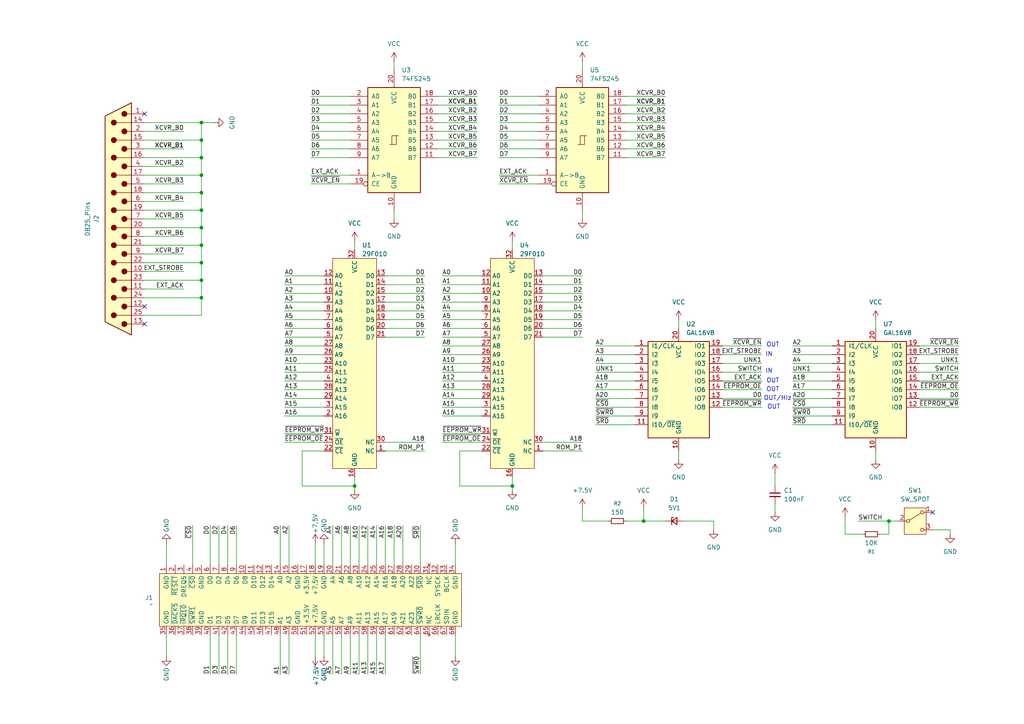
<source format=kicad_sch>
(kicad_sch
	(version 20250114)
	(generator "eeschema")
	(generator_version "9.0")
	(uuid "6a8c2265-be2b-4c23-b289-33a630e86b60")
	(paper "A4")
	
	(text "OUT"
		(exclude_from_sim no)
		(at 222.25 110.49 0)
		(effects
			(font
				(size 1.27 1.27)
			)
			(justify left)
		)
		(uuid "0d8db5fd-eb82-4d7e-b903-acab243ede32")
	)
	(text "OUT"
		(exclude_from_sim no)
		(at 222.25 100.076 0)
		(effects
			(font
				(size 1.27 1.27)
			)
			(justify left)
		)
		(uuid "179b5a48-10b6-46ec-88f8-506ce3c145a5")
	)
	(text "OUT/HIz"
		(exclude_from_sim no)
		(at 221.488 115.57 0)
		(effects
			(font
				(size 1.27 1.27)
			)
			(justify left)
		)
		(uuid "2c799d80-46bb-401e-bfe5-3cf27e691c97")
	)
	(text "OUT"
		(exclude_from_sim no)
		(at 222.25 113.03 0)
		(effects
			(font
				(size 1.27 1.27)
			)
			(justify left)
		)
		(uuid "456cfc37-18b0-426d-8b99-491012f8dd32")
	)
	(text "OUT"
		(exclude_from_sim no)
		(at 222.504 118.11 0)
		(effects
			(font
				(size 1.27 1.27)
			)
			(justify left)
		)
		(uuid "5e77d0de-d70f-4854-a0da-52fa7a9b3bdb")
	)
	(text "IN"
		(exclude_from_sim no)
		(at 221.996 107.696 0)
		(effects
			(font
				(size 1.27 1.27)
			)
			(justify left)
		)
		(uuid "91f87d35-5b94-454a-95d0-3b1958434d03")
	)
	(text "IN"
		(exclude_from_sim no)
		(at 221.996 102.87 0)
		(effects
			(font
				(size 1.27 1.27)
			)
			(justify left)
		)
		(uuid "dcb5d9a0-fe13-40b4-a5f3-4aa4c08189d1")
	)
	(junction
		(at 58.42 81.28)
		(diameter 0)
		(color 0 0 0 0)
		(uuid "0100f552-cd24-4803-b051-4335171e03e9")
	)
	(junction
		(at 257.81 151.13)
		(diameter 0)
		(color 0 0 0 0)
		(uuid "0b8bb5de-9a53-432b-a930-1c43620cc08a")
	)
	(junction
		(at 58.42 71.12)
		(diameter 0)
		(color 0 0 0 0)
		(uuid "107270c6-3961-4a28-a237-0319cbf7c3a5")
	)
	(junction
		(at 58.42 76.2)
		(diameter 0)
		(color 0 0 0 0)
		(uuid "17ba46b8-4727-4527-8ff5-0a569e703a95")
	)
	(junction
		(at 58.42 50.8)
		(diameter 0)
		(color 0 0 0 0)
		(uuid "17d6b20a-d30a-4962-a967-057936d58ca4")
	)
	(junction
		(at 102.87 140.97)
		(diameter 0)
		(color 0 0 0 0)
		(uuid "2c0d5d4d-9b10-461d-bb06-17bc3523aadb")
	)
	(junction
		(at 58.42 66.04)
		(diameter 0)
		(color 0 0 0 0)
		(uuid "318cde55-ef92-4ff6-a070-65c37c9344a3")
	)
	(junction
		(at 58.42 86.36)
		(diameter 0)
		(color 0 0 0 0)
		(uuid "3d11f4bd-58d9-4b8b-8736-205c41622bfe")
	)
	(junction
		(at 58.42 40.64)
		(diameter 0)
		(color 0 0 0 0)
		(uuid "69709096-ac25-4480-8694-401cbd20ad77")
	)
	(junction
		(at 58.42 55.88)
		(diameter 0)
		(color 0 0 0 0)
		(uuid "76ac2022-644f-4687-9fd7-9e0d7e4ab746")
	)
	(junction
		(at 186.69 151.13)
		(diameter 0)
		(color 0 0 0 0)
		(uuid "7828fda7-4f85-45d7-b348-45c4ced1521f")
	)
	(junction
		(at 58.42 35.56)
		(diameter 0)
		(color 0 0 0 0)
		(uuid "90c24cb7-4f48-4b9b-8047-bb699bceb0f6")
	)
	(junction
		(at 58.42 45.72)
		(diameter 0)
		(color 0 0 0 0)
		(uuid "e6bf6da8-e4d0-4c89-a808-e72b4eae7e77")
	)
	(junction
		(at 148.59 140.97)
		(diameter 0)
		(color 0 0 0 0)
		(uuid "f717f54f-0098-49e1-8c1e-f07cb0dbee57")
	)
	(junction
		(at 58.42 60.96)
		(diameter 0)
		(color 0 0 0 0)
		(uuid "fa359d39-3ce3-4fb2-a911-64015d05cecf")
	)
	(no_connect
		(at 41.91 33.02)
		(uuid "15aac32e-666f-48ae-824f-10351e2177e0")
	)
	(no_connect
		(at 41.91 93.98)
		(uuid "248766e2-5ca8-4f96-acdd-6094d4245545")
	)
	(no_connect
		(at 41.91 88.9)
		(uuid "d62f80a8-788b-4e94-b8d0-3e5709e2573d")
	)
	(no_connect
		(at 270.51 148.59)
		(uuid "f1d889a8-4f50-4720-b299-516225d41119")
	)
	(wire
		(pts
			(xy 241.3 107.95) (xy 229.87 107.95)
		)
		(stroke
			(width 0)
			(type default)
		)
		(uuid "00cad865-7fa0-4d81-8bec-676531a41e34")
	)
	(wire
		(pts
			(xy 139.7 82.55) (xy 128.27 82.55)
		)
		(stroke
			(width 0)
			(type default)
		)
		(uuid "019447a4-df4d-454d-92e2-44b55f64d79f")
	)
	(wire
		(pts
			(xy 127 35.56) (xy 138.43 35.56)
		)
		(stroke
			(width 0)
			(type default)
		)
		(uuid "029f2ab0-49f9-42fe-94c4-134fa9fd3a4e")
	)
	(wire
		(pts
			(xy 184.15 115.57) (xy 172.72 115.57)
		)
		(stroke
			(width 0)
			(type default)
		)
		(uuid "02fe6f9e-045e-4a07-b202-370531ab3f89")
	)
	(wire
		(pts
			(xy 139.7 100.33) (xy 128.27 100.33)
		)
		(stroke
			(width 0)
			(type default)
		)
		(uuid "0361c7de-aa40-46cf-940a-a26cd7bd21ae")
	)
	(wire
		(pts
			(xy 270.51 153.67) (xy 275.59 153.67)
		)
		(stroke
			(width 0)
			(type default)
		)
		(uuid "04ff9815-76e0-4cb1-a55b-6621907cbc5d")
	)
	(wire
		(pts
			(xy 41.91 68.58) (xy 53.34 68.58)
		)
		(stroke
			(width 0)
			(type default)
		)
		(uuid "05ac23ce-3c94-41ec-b0cb-49cb883921a1")
	)
	(wire
		(pts
			(xy 93.98 95.25) (xy 82.55 95.25)
		)
		(stroke
			(width 0)
			(type default)
		)
		(uuid "05c22134-9e60-486f-b996-cbb35efeee84")
	)
	(wire
		(pts
			(xy 101.6 184.15) (xy 101.6 195.58)
		)
		(stroke
			(width 0)
			(type default)
		)
		(uuid "0760f805-6b94-4ffd-a9f2-a44bc8f91f6a")
	)
	(wire
		(pts
			(xy 93.98 90.17) (xy 82.55 90.17)
		)
		(stroke
			(width 0)
			(type default)
		)
		(uuid "0835c1ef-06da-4444-973a-0c4b10930e87")
	)
	(wire
		(pts
			(xy 91.44 190.5) (xy 91.44 184.15)
		)
		(stroke
			(width 0)
			(type default)
		)
		(uuid "08f9dbc9-0f16-4bf5-bbd3-738effa31817")
	)
	(wire
		(pts
			(xy 101.6 38.1) (xy 90.17 38.1)
		)
		(stroke
			(width 0)
			(type default)
		)
		(uuid "0a042376-b3e2-443c-a6c3-cdc88c1f6ffd")
	)
	(wire
		(pts
			(xy 111.76 95.25) (xy 123.19 95.25)
		)
		(stroke
			(width 0)
			(type default)
		)
		(uuid "1044b09e-0f28-4160-94f5-4ce834b76161")
	)
	(wire
		(pts
			(xy 91.44 157.48) (xy 91.44 163.83)
		)
		(stroke
			(width 0)
			(type default)
		)
		(uuid "11ab5957-a96f-4af1-bc94-9f5f166eb6b8")
	)
	(wire
		(pts
			(xy 63.5 184.15) (xy 63.5 195.58)
		)
		(stroke
			(width 0)
			(type default)
		)
		(uuid "11b61c8e-2756-4d5a-9d9d-5bf9f75ac403")
	)
	(wire
		(pts
			(xy 93.98 105.41) (xy 82.55 105.41)
		)
		(stroke
			(width 0)
			(type default)
		)
		(uuid "11c3fc75-223c-4e19-92c0-b5cf6bffb023")
	)
	(wire
		(pts
			(xy 63.5 163.83) (xy 63.5 152.4)
		)
		(stroke
			(width 0)
			(type default)
		)
		(uuid "11e98b60-716e-4bfc-924e-f180691251ad")
	)
	(wire
		(pts
			(xy 96.52 163.83) (xy 96.52 152.4)
		)
		(stroke
			(width 0)
			(type default)
		)
		(uuid "12625378-f8da-497b-8588-6a990a833716")
	)
	(wire
		(pts
			(xy 157.48 95.25) (xy 168.91 95.25)
		)
		(stroke
			(width 0)
			(type default)
		)
		(uuid "130e5353-1912-46f4-b347-88451ef8fe80")
	)
	(wire
		(pts
			(xy 168.91 147.32) (xy 168.91 151.13)
		)
		(stroke
			(width 0)
			(type default)
		)
		(uuid "150fc24b-97f4-496a-8ee9-d3247f7dfe39")
	)
	(wire
		(pts
			(xy 114.3 60.96) (xy 114.3 63.5)
		)
		(stroke
			(width 0)
			(type default)
		)
		(uuid "15ffaaee-d4cb-407b-a83f-52d74338c59c")
	)
	(wire
		(pts
			(xy 127 45.72) (xy 138.43 45.72)
		)
		(stroke
			(width 0)
			(type default)
		)
		(uuid "16010ff0-9c45-4e02-a3f5-65b771a71f9e")
	)
	(wire
		(pts
			(xy 266.7 110.49) (xy 278.13 110.49)
		)
		(stroke
			(width 0)
			(type default)
		)
		(uuid "163aa678-c021-4d57-95ba-5340a55f38ae")
	)
	(wire
		(pts
			(xy 241.3 115.57) (xy 229.87 115.57)
		)
		(stroke
			(width 0)
			(type default)
		)
		(uuid "1656c8a6-e976-40ee-8cee-c3d8b18fd599")
	)
	(wire
		(pts
			(xy 127 40.64) (xy 138.43 40.64)
		)
		(stroke
			(width 0)
			(type default)
		)
		(uuid "178860ac-4a77-44bb-be8d-4e660ad1a375")
	)
	(wire
		(pts
			(xy 209.55 115.57) (xy 220.98 115.57)
		)
		(stroke
			(width 0)
			(type default)
		)
		(uuid "18af8eb3-6c1c-499a-a36f-84b60c2004ed")
	)
	(wire
		(pts
			(xy 41.91 55.88) (xy 58.42 55.88)
		)
		(stroke
			(width 0)
			(type default)
		)
		(uuid "1afbaec0-5fdf-41e5-b998-5c0d1b13568f")
	)
	(wire
		(pts
			(xy 157.48 97.79) (xy 168.91 97.79)
		)
		(stroke
			(width 0)
			(type default)
		)
		(uuid "1b24eb31-b8d1-4a3f-8146-5b2dcc53ec69")
	)
	(wire
		(pts
			(xy 93.98 110.49) (xy 82.55 110.49)
		)
		(stroke
			(width 0)
			(type default)
		)
		(uuid "1b6b50b9-9123-4559-b441-927195422b80")
	)
	(wire
		(pts
			(xy 132.08 157.48) (xy 132.08 163.83)
		)
		(stroke
			(width 0)
			(type default)
		)
		(uuid "1bd96de4-659b-426c-8fae-53fd173cdf4f")
	)
	(wire
		(pts
			(xy 102.87 140.97) (xy 102.87 142.24)
		)
		(stroke
			(width 0)
			(type default)
		)
		(uuid "1e1a067b-d1f3-4330-9734-87d63ae2c150")
	)
	(wire
		(pts
			(xy 245.11 149.86) (xy 245.11 154.94)
		)
		(stroke
			(width 0)
			(type default)
		)
		(uuid "1e62fafe-80f3-4695-9f3f-29f9be0e1607")
	)
	(wire
		(pts
			(xy 41.91 50.8) (xy 58.42 50.8)
		)
		(stroke
			(width 0)
			(type default)
		)
		(uuid "1ece710d-6054-4e83-891a-c025e9a0ff42")
	)
	(wire
		(pts
			(xy 168.91 151.13) (xy 176.53 151.13)
		)
		(stroke
			(width 0)
			(type default)
		)
		(uuid "20bb3ff4-0600-482b-9ddd-2094f7407830")
	)
	(wire
		(pts
			(xy 148.59 140.97) (xy 148.59 142.24)
		)
		(stroke
			(width 0)
			(type default)
		)
		(uuid "22279a59-b09b-4ba2-8ca9-5a75fdca6599")
	)
	(wire
		(pts
			(xy 186.69 151.13) (xy 193.04 151.13)
		)
		(stroke
			(width 0)
			(type default)
		)
		(uuid "24477ffc-ffc5-4bb4-baae-a7cafea7f88d")
	)
	(wire
		(pts
			(xy 114.3 163.83) (xy 114.3 152.4)
		)
		(stroke
			(width 0)
			(type default)
		)
		(uuid "27b8aecf-8a29-4e30-b078-47df0308e6a3")
	)
	(wire
		(pts
			(xy 241.3 118.11) (xy 229.87 118.11)
		)
		(stroke
			(width 0)
			(type default)
		)
		(uuid "29aed646-ae0d-4850-93e5-ea8952d906c5")
	)
	(wire
		(pts
			(xy 156.21 33.02) (xy 144.78 33.02)
		)
		(stroke
			(width 0)
			(type default)
		)
		(uuid "2afd436a-7516-4d38-adc6-acbd9324065a")
	)
	(wire
		(pts
			(xy 101.6 50.8) (xy 90.17 50.8)
		)
		(stroke
			(width 0)
			(type default)
		)
		(uuid "2b256655-1a38-4f62-a39b-3040ffa2d266")
	)
	(wire
		(pts
			(xy 184.15 107.95) (xy 172.72 107.95)
		)
		(stroke
			(width 0)
			(type default)
		)
		(uuid "2bf28fc8-bab1-480c-818f-f0559f389ac5")
	)
	(wire
		(pts
			(xy 41.91 83.82) (xy 53.34 83.82)
		)
		(stroke
			(width 0)
			(type default)
		)
		(uuid "2d5162a7-bf3c-4dc3-b72e-ffb386807e73")
	)
	(wire
		(pts
			(xy 58.42 45.72) (xy 58.42 50.8)
		)
		(stroke
			(width 0)
			(type default)
		)
		(uuid "2d7152b2-8208-4838-808a-378af7c08b4e")
	)
	(wire
		(pts
			(xy 41.91 73.66) (xy 53.34 73.66)
		)
		(stroke
			(width 0)
			(type default)
		)
		(uuid "2de542d7-54c8-412b-9e92-0d234894a9ca")
	)
	(wire
		(pts
			(xy 255.27 154.94) (xy 257.81 154.94)
		)
		(stroke
			(width 0)
			(type default)
		)
		(uuid "2f67eb7c-a19c-4500-92a0-a732c1d5c977")
	)
	(wire
		(pts
			(xy 58.42 50.8) (xy 58.42 55.88)
		)
		(stroke
			(width 0)
			(type default)
		)
		(uuid "30f3305f-9b07-42de-9f79-ee5971a0c593")
	)
	(wire
		(pts
			(xy 181.61 151.13) (xy 186.69 151.13)
		)
		(stroke
			(width 0)
			(type default)
		)
		(uuid "31abed62-3edd-4e94-bc40-a141b48c74ce")
	)
	(wire
		(pts
			(xy 41.91 91.44) (xy 58.42 91.44)
		)
		(stroke
			(width 0)
			(type default)
		)
		(uuid "31cc26f4-62d3-4460-b264-acd24c6ad060")
	)
	(wire
		(pts
			(xy 139.7 92.71) (xy 128.27 92.71)
		)
		(stroke
			(width 0)
			(type default)
		)
		(uuid "32c1b5a4-c06b-405d-bde6-9fdf5712810c")
	)
	(wire
		(pts
			(xy 93.98 82.55) (xy 82.55 82.55)
		)
		(stroke
			(width 0)
			(type default)
		)
		(uuid "33af8bad-0ba5-44f1-bf4c-33afcd2b3916")
	)
	(wire
		(pts
			(xy 139.7 125.73) (xy 128.27 125.73)
		)
		(stroke
			(width 0)
			(type default)
		)
		(uuid "34044bcf-34de-45d2-8b8e-1ac34386b6cf")
	)
	(wire
		(pts
			(xy 139.7 128.27) (xy 128.27 128.27)
		)
		(stroke
			(width 0)
			(type default)
		)
		(uuid "3566385b-7d95-4a48-90f8-966ea136e8dd")
	)
	(wire
		(pts
			(xy 58.42 71.12) (xy 58.42 76.2)
		)
		(stroke
			(width 0)
			(type default)
		)
		(uuid "36c6f5ca-8056-4b58-ae81-ec84dbde0551")
	)
	(wire
		(pts
			(xy 93.98 80.01) (xy 82.55 80.01)
		)
		(stroke
			(width 0)
			(type default)
		)
		(uuid "36c9eade-a1c5-44a6-aebb-2f3d7222c493")
	)
	(wire
		(pts
			(xy 68.58 163.83) (xy 68.58 152.4)
		)
		(stroke
			(width 0)
			(type default)
		)
		(uuid "39527db7-0dfb-4d7b-be3c-73d780e5418d")
	)
	(wire
		(pts
			(xy 111.76 97.79) (xy 123.19 97.79)
		)
		(stroke
			(width 0)
			(type default)
		)
		(uuid "39eeeab1-99c4-442b-9067-8d614ea99f3b")
	)
	(wire
		(pts
			(xy 184.15 105.41) (xy 172.72 105.41)
		)
		(stroke
			(width 0)
			(type default)
		)
		(uuid "3a87d0f7-165a-4c92-86ff-9c4351a541b1")
	)
	(wire
		(pts
			(xy 184.15 110.49) (xy 172.72 110.49)
		)
		(stroke
			(width 0)
			(type default)
		)
		(uuid "3f38a81c-4a51-4306-a536-e16f9fefd4aa")
	)
	(wire
		(pts
			(xy 241.3 105.41) (xy 229.87 105.41)
		)
		(stroke
			(width 0)
			(type default)
		)
		(uuid "3f65cb15-e1e3-471a-b984-2e33524eb243")
	)
	(wire
		(pts
			(xy 41.91 76.2) (xy 58.42 76.2)
		)
		(stroke
			(width 0)
			(type default)
		)
		(uuid "4016876f-8e8b-41fe-b2d5-62f481ff0b8b")
	)
	(wire
		(pts
			(xy 241.3 102.87) (xy 229.87 102.87)
		)
		(stroke
			(width 0)
			(type default)
		)
		(uuid "40214446-f847-4c0b-b937-4835e79486ae")
	)
	(wire
		(pts
			(xy 139.7 110.49) (xy 128.27 110.49)
		)
		(stroke
			(width 0)
			(type default)
		)
		(uuid "40890777-8e4d-480d-b5ba-980980b18897")
	)
	(wire
		(pts
			(xy 156.21 35.56) (xy 144.78 35.56)
		)
		(stroke
			(width 0)
			(type default)
		)
		(uuid "40db5974-46c9-4b52-8a00-025726244138")
	)
	(wire
		(pts
			(xy 83.82 184.15) (xy 83.82 195.58)
		)
		(stroke
			(width 0)
			(type default)
		)
		(uuid "410f6c4a-b223-47d0-9173-992cb64c10d0")
	)
	(wire
		(pts
			(xy 157.48 82.55) (xy 168.91 82.55)
		)
		(stroke
			(width 0)
			(type default)
		)
		(uuid "41bcbe1a-a581-42e6-a66e-361c2788a11d")
	)
	(wire
		(pts
			(xy 133.35 130.81) (xy 139.7 130.81)
		)
		(stroke
			(width 0)
			(type default)
		)
		(uuid "4259bccc-2e09-4cac-abab-60b689c2722d")
	)
	(wire
		(pts
			(xy 157.48 80.01) (xy 168.91 80.01)
		)
		(stroke
			(width 0)
			(type default)
		)
		(uuid "4459f6f4-e869-48c7-9e35-4b8553ff22e2")
	)
	(wire
		(pts
			(xy 157.48 130.81) (xy 168.91 130.81)
		)
		(stroke
			(width 0)
			(type default)
		)
		(uuid "477a8d5e-f8be-4850-a02e-ac1a664606da")
	)
	(wire
		(pts
			(xy 114.3 17.78) (xy 114.3 20.32)
		)
		(stroke
			(width 0)
			(type default)
		)
		(uuid "4a075a48-8124-46a7-85a2-0e64ea28c877")
	)
	(wire
		(pts
			(xy 254 130.81) (xy 254 133.35)
		)
		(stroke
			(width 0)
			(type default)
		)
		(uuid "4a6db21a-4599-4d55-aa52-6c12f39c954c")
	)
	(wire
		(pts
			(xy 58.42 76.2) (xy 58.42 81.28)
		)
		(stroke
			(width 0)
			(type default)
		)
		(uuid "4b8e1faf-91b6-462a-9a56-4449cdccc75e")
	)
	(wire
		(pts
			(xy 58.42 35.56) (xy 62.23 35.56)
		)
		(stroke
			(width 0)
			(type default)
		)
		(uuid "4baccc12-1e07-4b4c-bb06-8a7d629281a7")
	)
	(wire
		(pts
			(xy 96.52 184.15) (xy 96.52 195.58)
		)
		(stroke
			(width 0)
			(type default)
		)
		(uuid "4bb139ca-4705-45c1-81b7-54fb1917cd41")
	)
	(wire
		(pts
			(xy 48.26 157.48) (xy 48.26 163.83)
		)
		(stroke
			(width 0)
			(type default)
		)
		(uuid "4c3732c2-211d-4196-87f5-9cd9fbb78ac6")
	)
	(wire
		(pts
			(xy 157.48 92.71) (xy 168.91 92.71)
		)
		(stroke
			(width 0)
			(type default)
		)
		(uuid "4d05cec9-d3b3-4f31-96a3-d4cd468823fd")
	)
	(wire
		(pts
			(xy 139.7 97.79) (xy 128.27 97.79)
		)
		(stroke
			(width 0)
			(type default)
		)
		(uuid "4d7e2c33-68b3-4634-a89c-760c18b0e278")
	)
	(wire
		(pts
			(xy 93.98 87.63) (xy 82.55 87.63)
		)
		(stroke
			(width 0)
			(type default)
		)
		(uuid "5269c16c-cf9f-448f-8b85-e067c53e2174")
	)
	(wire
		(pts
			(xy 156.21 38.1) (xy 144.78 38.1)
		)
		(stroke
			(width 0)
			(type default)
		)
		(uuid "530036ab-475d-430f-b4f3-430e54b91a34")
	)
	(wire
		(pts
			(xy 111.76 130.81) (xy 123.19 130.81)
		)
		(stroke
			(width 0)
			(type default)
		)
		(uuid "530cdb19-2fd4-4c81-b4d9-d845baa2d764")
	)
	(wire
		(pts
			(xy 181.61 30.48) (xy 193.04 30.48)
		)
		(stroke
			(width 0)
			(type default)
		)
		(uuid "53d9fdb3-5197-4bd4-b566-b866ecb6d73b")
	)
	(wire
		(pts
			(xy 101.6 27.94) (xy 90.17 27.94)
		)
		(stroke
			(width 0)
			(type default)
		)
		(uuid "55726537-661d-4bdc-88fa-576c6ad5c99c")
	)
	(wire
		(pts
			(xy 93.98 115.57) (xy 82.55 115.57)
		)
		(stroke
			(width 0)
			(type default)
		)
		(uuid "56c74dbf-ec77-4e59-b0f0-8fe2092fd8ba")
	)
	(wire
		(pts
			(xy 93.98 107.95) (xy 82.55 107.95)
		)
		(stroke
			(width 0)
			(type default)
		)
		(uuid "56dd1450-3307-4ea0-85e5-167db031a70c")
	)
	(wire
		(pts
			(xy 241.3 100.33) (xy 229.87 100.33)
		)
		(stroke
			(width 0)
			(type default)
		)
		(uuid "56e4fc67-2773-49bb-a14a-4a5cd421de3d")
	)
	(wire
		(pts
			(xy 186.69 147.32) (xy 186.69 151.13)
		)
		(stroke
			(width 0)
			(type default)
		)
		(uuid "57271419-6cd0-4ed4-889b-a5c8bbe56b3d")
	)
	(wire
		(pts
			(xy 209.55 107.95) (xy 220.98 107.95)
		)
		(stroke
			(width 0)
			(type default)
		)
		(uuid "573d35d0-92fe-41d4-89c8-3202ed04f517")
	)
	(wire
		(pts
			(xy 181.61 35.56) (xy 193.04 35.56)
		)
		(stroke
			(width 0)
			(type default)
		)
		(uuid "57690d25-e27d-44e0-a1dd-cc7d7e9aabf1")
	)
	(wire
		(pts
			(xy 58.42 66.04) (xy 58.42 71.12)
		)
		(stroke
			(width 0)
			(type default)
		)
		(uuid "57cd9728-2d4e-4753-a36f-4e6e512c74d5")
	)
	(wire
		(pts
			(xy 41.91 58.42) (xy 53.34 58.42)
		)
		(stroke
			(width 0)
			(type default)
		)
		(uuid "590d901b-23fa-461b-a5a7-e6f21589239c")
	)
	(wire
		(pts
			(xy 41.91 43.18) (xy 53.34 43.18)
		)
		(stroke
			(width 0)
			(type default)
		)
		(uuid "59dadf9b-ce8c-4c0b-b083-fb0a9e70b9ee")
	)
	(wire
		(pts
			(xy 148.59 140.97) (xy 133.35 140.97)
		)
		(stroke
			(width 0)
			(type default)
		)
		(uuid "5e6247c0-d491-4634-9126-8bc99cb7f538")
	)
	(wire
		(pts
			(xy 184.15 102.87) (xy 172.72 102.87)
		)
		(stroke
			(width 0)
			(type default)
		)
		(uuid "5f2c65e1-d8fb-43ef-9afa-171bb44c1d7b")
	)
	(wire
		(pts
			(xy 241.3 110.49) (xy 229.87 110.49)
		)
		(stroke
			(width 0)
			(type default)
		)
		(uuid "5f2f8930-eadd-4bb0-9617-51748eb75ece")
	)
	(wire
		(pts
			(xy 266.7 107.95) (xy 278.13 107.95)
		)
		(stroke
			(width 0)
			(type default)
		)
		(uuid "60dd7123-d96e-4a45-bcbc-2ebeccd0c0b8")
	)
	(wire
		(pts
			(xy 93.98 100.33) (xy 82.55 100.33)
		)
		(stroke
			(width 0)
			(type default)
		)
		(uuid "63d66da3-0a55-4570-bbbe-ebdbf955a7ef")
	)
	(wire
		(pts
			(xy 181.61 43.18) (xy 193.04 43.18)
		)
		(stroke
			(width 0)
			(type default)
		)
		(uuid "6494dbda-3393-4479-97b0-c9c01bead305")
	)
	(wire
		(pts
			(xy 157.48 87.63) (xy 168.91 87.63)
		)
		(stroke
			(width 0)
			(type default)
		)
		(uuid "64afd31b-f79a-4003-9bec-46f710b7fddc")
	)
	(wire
		(pts
			(xy 111.76 90.17) (xy 123.19 90.17)
		)
		(stroke
			(width 0)
			(type default)
		)
		(uuid "66904366-28b3-4c65-92f6-2923436f9bac")
	)
	(wire
		(pts
			(xy 127 38.1) (xy 138.43 38.1)
		)
		(stroke
			(width 0)
			(type default)
		)
		(uuid "691db13f-cf12-422c-a31b-e47e69765146")
	)
	(wire
		(pts
			(xy 101.6 30.48) (xy 90.17 30.48)
		)
		(stroke
			(width 0)
			(type default)
		)
		(uuid "69ba10cb-247c-4a09-9587-9d12585245c7")
	)
	(wire
		(pts
			(xy 102.87 69.85) (xy 102.87 72.39)
		)
		(stroke
			(width 0)
			(type default)
		)
		(uuid "69c49e75-64c6-46b7-8619-7d3385a4513f")
	)
	(wire
		(pts
			(xy 66.04 163.83) (xy 66.04 152.4)
		)
		(stroke
			(width 0)
			(type default)
		)
		(uuid "69fe8a8e-e508-45c7-aec7-635e8ce0e92f")
	)
	(wire
		(pts
			(xy 41.91 63.5) (xy 53.34 63.5)
		)
		(stroke
			(width 0)
			(type default)
		)
		(uuid "6a15f165-d1b8-4ff1-b877-7995361c2fa7")
	)
	(wire
		(pts
			(xy 106.68 163.83) (xy 106.68 152.4)
		)
		(stroke
			(width 0)
			(type default)
		)
		(uuid "6a173631-1ba9-4ad3-a4a8-fb2deb73495d")
	)
	(wire
		(pts
			(xy 41.91 45.72) (xy 58.42 45.72)
		)
		(stroke
			(width 0)
			(type default)
		)
		(uuid "6b7f185f-4260-489e-9d67-d807906c4cda")
	)
	(wire
		(pts
			(xy 132.08 190.5) (xy 132.08 184.15)
		)
		(stroke
			(width 0)
			(type default)
		)
		(uuid "6c5dcb00-7c60-47d3-a71f-8e0c1a8def53")
	)
	(wire
		(pts
			(xy 121.92 163.83) (xy 121.92 152.4)
		)
		(stroke
			(width 0)
			(type default)
		)
		(uuid "6cceb4dd-2a75-40f3-8b6d-c75ccae21952")
	)
	(wire
		(pts
			(xy 139.7 118.11) (xy 128.27 118.11)
		)
		(stroke
			(width 0)
			(type default)
		)
		(uuid "6d0a172f-3ade-41ec-a1d1-2ff8eae0eb1d")
	)
	(wire
		(pts
			(xy 41.91 66.04) (xy 58.42 66.04)
		)
		(stroke
			(width 0)
			(type default)
		)
		(uuid "6e6e9218-6702-4d98-954e-b4fbccb17d5f")
	)
	(wire
		(pts
			(xy 66.04 184.15) (xy 66.04 195.58)
		)
		(stroke
			(width 0)
			(type default)
		)
		(uuid "728db3ad-a87f-4648-9963-3487d6b790a8")
	)
	(wire
		(pts
			(xy 139.7 120.65) (xy 128.27 120.65)
		)
		(stroke
			(width 0)
			(type default)
		)
		(uuid "76f9b9e6-5ef7-4926-9340-359b47bc5f61")
	)
	(wire
		(pts
			(xy 121.92 184.15) (xy 121.92 195.58)
		)
		(stroke
			(width 0)
			(type default)
		)
		(uuid "771e52c5-867d-4c6d-ae9b-619d17d015f0")
	)
	(wire
		(pts
			(xy 196.85 130.81) (xy 196.85 133.35)
		)
		(stroke
			(width 0)
			(type default)
		)
		(uuid "793e8f7f-3bef-4753-940b-62884b558055")
	)
	(wire
		(pts
			(xy 102.87 138.43) (xy 102.87 140.97)
		)
		(stroke
			(width 0)
			(type default)
		)
		(uuid "7a3b0b6f-bc33-4c40-ab95-4ce76bc3e7a5")
	)
	(wire
		(pts
			(xy 111.76 128.27) (xy 123.19 128.27)
		)
		(stroke
			(width 0)
			(type default)
		)
		(uuid "7a769c12-de6f-4229-87b4-ba838bb60a3a")
	)
	(wire
		(pts
			(xy 184.15 100.33) (xy 172.72 100.33)
		)
		(stroke
			(width 0)
			(type default)
		)
		(uuid "7a99dfe1-a15a-4f92-8ca8-ed7c07343053")
	)
	(wire
		(pts
			(xy 101.6 53.34) (xy 90.17 53.34)
		)
		(stroke
			(width 0)
			(type default)
		)
		(uuid "7aad0dd7-3842-4dac-886a-e2699f945561")
	)
	(wire
		(pts
			(xy 41.91 71.12) (xy 58.42 71.12)
		)
		(stroke
			(width 0)
			(type default)
		)
		(uuid "7c1947fb-d76a-40fb-ae32-12fa18a9d0cb")
	)
	(wire
		(pts
			(xy 241.3 120.65) (xy 229.87 120.65)
		)
		(stroke
			(width 0)
			(type default)
		)
		(uuid "7cbad3bf-42ec-44d8-81a8-57738f129e3d")
	)
	(wire
		(pts
			(xy 139.7 107.95) (xy 128.27 107.95)
		)
		(stroke
			(width 0)
			(type default)
		)
		(uuid "7de01250-319d-49db-8870-df32a4456c68")
	)
	(wire
		(pts
			(xy 68.58 184.15) (xy 68.58 195.58)
		)
		(stroke
			(width 0)
			(type default)
		)
		(uuid "7ef18406-f463-475f-9e15-2155ca0e263d")
	)
	(wire
		(pts
			(xy 184.15 120.65) (xy 172.72 120.65)
		)
		(stroke
			(width 0)
			(type default)
		)
		(uuid "7f871491-d372-44ab-8d82-58a0af2286bb")
	)
	(wire
		(pts
			(xy 104.14 184.15) (xy 104.14 195.58)
		)
		(stroke
			(width 0)
			(type default)
		)
		(uuid "7fd767b5-ecc0-4611-a231-2126b3e19499")
	)
	(wire
		(pts
			(xy 209.55 102.87) (xy 220.98 102.87)
		)
		(stroke
			(width 0)
			(type default)
		)
		(uuid "802b4af6-8c58-41f6-b3c6-237ed31b4687")
	)
	(wire
		(pts
			(xy 93.98 118.11) (xy 82.55 118.11)
		)
		(stroke
			(width 0)
			(type default)
		)
		(uuid "81dcc263-f279-4e91-963b-5a70496c66e8")
	)
	(wire
		(pts
			(xy 41.91 38.1) (xy 53.34 38.1)
		)
		(stroke
			(width 0)
			(type default)
		)
		(uuid "823c26ce-d66d-4dc4-b49b-499dc5ed5e1b")
	)
	(wire
		(pts
			(xy 81.28 184.15) (xy 81.28 195.58)
		)
		(stroke
			(width 0)
			(type default)
		)
		(uuid "870d540d-8135-451d-8077-86805264b97d")
	)
	(wire
		(pts
			(xy 156.21 53.34) (xy 144.78 53.34)
		)
		(stroke
			(width 0)
			(type default)
		)
		(uuid "890df057-1b2d-4cc0-bc23-aceb5d3e3260")
	)
	(wire
		(pts
			(xy 209.55 105.41) (xy 220.98 105.41)
		)
		(stroke
			(width 0)
			(type default)
		)
		(uuid "8a2f4051-dc1c-4947-8263-1c0ea0a03283")
	)
	(wire
		(pts
			(xy 157.48 128.27) (xy 168.91 128.27)
		)
		(stroke
			(width 0)
			(type default)
		)
		(uuid "8c04e232-4f12-446e-b779-6c39cdd264a2")
	)
	(wire
		(pts
			(xy 181.61 45.72) (xy 193.04 45.72)
		)
		(stroke
			(width 0)
			(type default)
		)
		(uuid "8d04fc45-2077-49d4-94c2-dd3bc75c582e")
	)
	(wire
		(pts
			(xy 139.7 90.17) (xy 128.27 90.17)
		)
		(stroke
			(width 0)
			(type default)
		)
		(uuid "8ddc67e6-a59e-4a77-86af-08603409088d")
	)
	(wire
		(pts
			(xy 93.98 102.87) (xy 82.55 102.87)
		)
		(stroke
			(width 0)
			(type default)
		)
		(uuid "8e128c09-10f1-4299-9aa3-449497362511")
	)
	(wire
		(pts
			(xy 58.42 35.56) (xy 58.42 40.64)
		)
		(stroke
			(width 0)
			(type default)
		)
		(uuid "8f97df14-c357-4204-b9fb-aa0d9e9fa0ab")
	)
	(wire
		(pts
			(xy 101.6 43.18) (xy 90.17 43.18)
		)
		(stroke
			(width 0)
			(type default)
		)
		(uuid "8fb41392-3890-4678-b626-da269a18d7ba")
	)
	(wire
		(pts
			(xy 139.7 113.03) (xy 128.27 113.03)
		)
		(stroke
			(width 0)
			(type default)
		)
		(uuid "900dbab0-e66f-41f0-8995-ea64861d7077")
	)
	(wire
		(pts
			(xy 93.98 85.09) (xy 82.55 85.09)
		)
		(stroke
			(width 0)
			(type default)
		)
		(uuid "9028fb04-01c8-498d-8d4f-1bbc115376d3")
	)
	(wire
		(pts
			(xy 139.7 87.63) (xy 128.27 87.63)
		)
		(stroke
			(width 0)
			(type default)
		)
		(uuid "907dbae0-27f1-4bb9-b590-f736c52e55f9")
	)
	(wire
		(pts
			(xy 156.21 27.94) (xy 144.78 27.94)
		)
		(stroke
			(width 0)
			(type default)
		)
		(uuid "90ea354d-4b30-4262-8ee9-55143ee7a8f6")
	)
	(wire
		(pts
			(xy 184.15 123.19) (xy 172.72 123.19)
		)
		(stroke
			(width 0)
			(type default)
		)
		(uuid "914c4f65-94be-42b2-9932-61f1096f54a3")
	)
	(wire
		(pts
			(xy 60.96 184.15) (xy 60.96 195.58)
		)
		(stroke
			(width 0)
			(type default)
		)
		(uuid "92734589-930a-4c92-9ccc-436c297aad02")
	)
	(wire
		(pts
			(xy 184.15 113.03) (xy 172.72 113.03)
		)
		(stroke
			(width 0)
			(type default)
		)
		(uuid "92b7bb71-eacd-49b4-8843-3878786632dc")
	)
	(wire
		(pts
			(xy 41.91 86.36) (xy 58.42 86.36)
		)
		(stroke
			(width 0)
			(type default)
		)
		(uuid "9593ddac-e0d3-46d8-9190-f500ab1b6e4e")
	)
	(wire
		(pts
			(xy 241.3 113.03) (xy 229.87 113.03)
		)
		(stroke
			(width 0)
			(type default)
		)
		(uuid "96e04a7a-09d8-40ca-9f22-bb128ece30fe")
	)
	(wire
		(pts
			(xy 257.81 151.13) (xy 248.92 151.13)
		)
		(stroke
			(width 0)
			(type default)
		)
		(uuid "99947152-43da-4182-b0e9-b8fcddd5a820")
	)
	(wire
		(pts
			(xy 93.98 120.65) (xy 82.55 120.65)
		)
		(stroke
			(width 0)
			(type default)
		)
		(uuid "99ce8a05-d5fc-45b9-acc5-bd6613adbbbc")
	)
	(wire
		(pts
			(xy 168.91 60.96) (xy 168.91 63.5)
		)
		(stroke
			(width 0)
			(type default)
		)
		(uuid "9bcdf6fa-8681-4650-ba6b-24615aec6a6b")
	)
	(wire
		(pts
			(xy 241.3 123.19) (xy 229.87 123.19)
		)
		(stroke
			(width 0)
			(type default)
		)
		(uuid "9c0cf324-7427-467d-824e-e121652f0e60")
	)
	(wire
		(pts
			(xy 127 30.48) (xy 138.43 30.48)
		)
		(stroke
			(width 0)
			(type default)
		)
		(uuid "9db1889c-b052-4331-818b-e2e5c14704f1")
	)
	(wire
		(pts
			(xy 209.55 110.49) (xy 220.98 110.49)
		)
		(stroke
			(width 0)
			(type default)
		)
		(uuid "9db5cd1a-26a6-4f90-8506-278e224fea25")
	)
	(wire
		(pts
			(xy 111.76 92.71) (xy 123.19 92.71)
		)
		(stroke
			(width 0)
			(type default)
		)
		(uuid "9df70fcd-ce30-4a94-85ad-baef1edda6f0")
	)
	(wire
		(pts
			(xy 93.98 190.5) (xy 93.98 184.15)
		)
		(stroke
			(width 0)
			(type default)
		)
		(uuid "9e06e4be-8abe-443c-a4a1-50c814549d4f")
	)
	(wire
		(pts
			(xy 101.6 35.56) (xy 90.17 35.56)
		)
		(stroke
			(width 0)
			(type default)
		)
		(uuid "9f86dc8e-8c48-4dd2-9b64-3cca83da8826")
	)
	(wire
		(pts
			(xy 109.22 163.83) (xy 109.22 152.4)
		)
		(stroke
			(width 0)
			(type default)
		)
		(uuid "a0de39bd-663a-4e48-b3b9-01ff0631407f")
	)
	(wire
		(pts
			(xy 101.6 163.83) (xy 101.6 152.4)
		)
		(stroke
			(width 0)
			(type default)
		)
		(uuid "a3bba8ba-5003-4e35-ab1c-6f793dcf8320")
	)
	(wire
		(pts
			(xy 209.55 100.33) (xy 220.98 100.33)
		)
		(stroke
			(width 0)
			(type default)
		)
		(uuid "a4017447-b0bc-4850-8b39-234c1b616cac")
	)
	(wire
		(pts
			(xy 41.91 48.26) (xy 53.34 48.26)
		)
		(stroke
			(width 0)
			(type default)
		)
		(uuid "a481857d-2c8f-4a95-865d-f1bcea024d55")
	)
	(wire
		(pts
			(xy 41.91 35.56) (xy 58.42 35.56)
		)
		(stroke
			(width 0)
			(type default)
		)
		(uuid "a526dd91-ce04-4f25-9b61-a73f9b9e04d2")
	)
	(wire
		(pts
			(xy 60.96 163.83) (xy 60.96 152.4)
		)
		(stroke
			(width 0)
			(type default)
		)
		(uuid "a742e15c-1efa-4a42-9871-b996e1eaae94")
	)
	(wire
		(pts
			(xy 41.91 60.96) (xy 58.42 60.96)
		)
		(stroke
			(width 0)
			(type default)
		)
		(uuid "a816937c-786c-4b8a-b967-4642222ae0a1")
	)
	(wire
		(pts
			(xy 181.61 40.64) (xy 193.04 40.64)
		)
		(stroke
			(width 0)
			(type default)
		)
		(uuid "a8d79c6a-9ab6-4941-b364-0d38ae600024")
	)
	(wire
		(pts
			(xy 245.11 154.94) (xy 250.19 154.94)
		)
		(stroke
			(width 0)
			(type default)
		)
		(uuid "a9792138-9a6c-4928-9c17-d683292fdea0")
	)
	(wire
		(pts
			(xy 157.48 85.09) (xy 168.91 85.09)
		)
		(stroke
			(width 0)
			(type default)
		)
		(uuid "aa5eb81b-dbed-49fc-a25d-2a8b7f22d2a3")
	)
	(wire
		(pts
			(xy 148.59 69.85) (xy 148.59 72.39)
		)
		(stroke
			(width 0)
			(type default)
		)
		(uuid "abaca4a3-cfcc-43a3-b637-e7c1fef3fb06")
	)
	(wire
		(pts
			(xy 266.7 100.33) (xy 278.13 100.33)
		)
		(stroke
			(width 0)
			(type default)
		)
		(uuid "ac5b311c-fdb3-41b6-90d4-98c6ed1644d6")
	)
	(wire
		(pts
			(xy 156.21 50.8) (xy 144.78 50.8)
		)
		(stroke
			(width 0)
			(type default)
		)
		(uuid "acfd3eb2-dfdc-4946-b9cb-2574edae3b01")
	)
	(wire
		(pts
			(xy 41.91 78.74) (xy 53.34 78.74)
		)
		(stroke
			(width 0)
			(type default)
		)
		(uuid "adad3744-84c6-406b-9f17-afdd125b52b7")
	)
	(wire
		(pts
			(xy 93.98 92.71) (xy 82.55 92.71)
		)
		(stroke
			(width 0)
			(type default)
		)
		(uuid "adb98d63-5161-4bb0-aab7-12847c9572dc")
	)
	(wire
		(pts
			(xy 93.98 128.27) (xy 82.55 128.27)
		)
		(stroke
			(width 0)
			(type default)
		)
		(uuid "aea47a8a-13fd-4f8f-87fe-67d0365daf0c")
	)
	(wire
		(pts
			(xy 48.26 190.5) (xy 48.26 184.15)
		)
		(stroke
			(width 0)
			(type default)
		)
		(uuid "afdaf1f6-9902-44df-8377-dfbb27ac1850")
	)
	(wire
		(pts
			(xy 87.63 130.81) (xy 87.63 140.97)
		)
		(stroke
			(width 0)
			(type default)
		)
		(uuid "b17dbe34-8b43-43cd-a4b7-c4840208507c")
	)
	(wire
		(pts
			(xy 93.98 125.73) (xy 82.55 125.73)
		)
		(stroke
			(width 0)
			(type default)
		)
		(uuid "b18f522b-0a82-4e9c-a636-147f9284b535")
	)
	(wire
		(pts
			(xy 257.81 154.94) (xy 257.81 151.13)
		)
		(stroke
			(width 0)
			(type default)
		)
		(uuid "b466e0a8-9ec7-43e1-93d6-0eecc296dd14")
	)
	(wire
		(pts
			(xy 139.7 102.87) (xy 128.27 102.87)
		)
		(stroke
			(width 0)
			(type default)
		)
		(uuid "b48d4c22-b9ae-483d-807a-5c0b9dfb6586")
	)
	(wire
		(pts
			(xy 58.42 40.64) (xy 58.42 45.72)
		)
		(stroke
			(width 0)
			(type default)
		)
		(uuid "b598d7b3-61f7-4f75-95e4-0f72bd8fe633")
	)
	(wire
		(pts
			(xy 139.7 95.25) (xy 128.27 95.25)
		)
		(stroke
			(width 0)
			(type default)
		)
		(uuid "b84d0f80-bafa-4318-926d-0370c7bb85a3")
	)
	(wire
		(pts
			(xy 275.59 153.67) (xy 275.59 154.94)
		)
		(stroke
			(width 0)
			(type default)
		)
		(uuid "b85cb918-0d93-4538-b269-82a610bff630")
	)
	(wire
		(pts
			(xy 127 43.18) (xy 138.43 43.18)
		)
		(stroke
			(width 0)
			(type default)
		)
		(uuid "b89c31ca-c811-42f5-9b19-df7c15e0f68b")
	)
	(wire
		(pts
			(xy 139.7 80.01) (xy 128.27 80.01)
		)
		(stroke
			(width 0)
			(type default)
		)
		(uuid "ba0e06fc-7ab4-4edc-b944-969fa093b701")
	)
	(wire
		(pts
			(xy 58.42 55.88) (xy 58.42 60.96)
		)
		(stroke
			(width 0)
			(type default)
		)
		(uuid "ba4a4279-a559-4f95-a88b-a6d491799485")
	)
	(wire
		(pts
			(xy 58.42 81.28) (xy 58.42 86.36)
		)
		(stroke
			(width 0)
			(type default)
		)
		(uuid "ba60ef42-0da1-4b95-b0d0-654af7e31c3e")
	)
	(wire
		(pts
			(xy 139.7 105.41) (xy 128.27 105.41)
		)
		(stroke
			(width 0)
			(type default)
		)
		(uuid "bc3faa9e-7b5d-40b0-9278-cafdad5997a1")
	)
	(wire
		(pts
			(xy 266.7 102.87) (xy 278.13 102.87)
		)
		(stroke
			(width 0)
			(type default)
		)
		(uuid "bc80d335-207b-42c3-810d-7eac6a4a6b9d")
	)
	(wire
		(pts
			(xy 41.91 81.28) (xy 58.42 81.28)
		)
		(stroke
			(width 0)
			(type default)
		)
		(uuid "bd5a06b0-c861-4fa2-aca5-a7356d9a6a59")
	)
	(wire
		(pts
			(xy 81.28 163.83) (xy 81.28 152.4)
		)
		(stroke
			(width 0)
			(type default)
		)
		(uuid "bed3d925-7fb0-4064-9295-904d7319087a")
	)
	(wire
		(pts
			(xy 102.87 140.97) (xy 87.63 140.97)
		)
		(stroke
			(width 0)
			(type default)
		)
		(uuid "c04023f2-a4cd-43a0-b271-1d2e4e47bc4c")
	)
	(wire
		(pts
			(xy 101.6 45.72) (xy 90.17 45.72)
		)
		(stroke
			(width 0)
			(type default)
		)
		(uuid "c245e893-c2e2-421a-aa48-6e60bced4cb9")
	)
	(wire
		(pts
			(xy 111.76 184.15) (xy 111.76 195.58)
		)
		(stroke
			(width 0)
			(type default)
		)
		(uuid "c42d1e94-728a-4f4a-8e89-5274358c089e")
	)
	(wire
		(pts
			(xy 139.7 115.57) (xy 128.27 115.57)
		)
		(stroke
			(width 0)
			(type default)
		)
		(uuid "c44644e9-eda2-4426-a6f0-ac6bd5024bd2")
	)
	(wire
		(pts
			(xy 207.01 151.13) (xy 207.01 153.67)
		)
		(stroke
			(width 0)
			(type default)
		)
		(uuid "c5334d85-335b-4153-ad7f-a0d455c0c31d")
	)
	(wire
		(pts
			(xy 139.7 85.09) (xy 128.27 85.09)
		)
		(stroke
			(width 0)
			(type default)
		)
		(uuid "c614ac0a-94bb-4a0c-9b48-d5b64339d637")
	)
	(wire
		(pts
			(xy 41.91 53.34) (xy 53.34 53.34)
		)
		(stroke
			(width 0)
			(type default)
		)
		(uuid "c638f750-c1a2-4f0f-8d6b-644b1a2056e3")
	)
	(wire
		(pts
			(xy 83.82 163.83) (xy 83.82 152.4)
		)
		(stroke
			(width 0)
			(type default)
		)
		(uuid "c6f8b68d-bb2f-4e39-94e6-b1791f9410ac")
	)
	(wire
		(pts
			(xy 196.85 92.71) (xy 196.85 95.25)
		)
		(stroke
			(width 0)
			(type default)
		)
		(uuid "c7ef782e-f73a-4835-9a5d-a8bfd6c15fa6")
	)
	(wire
		(pts
			(xy 58.42 60.96) (xy 58.42 66.04)
		)
		(stroke
			(width 0)
			(type default)
		)
		(uuid "c8d31ac8-9c6d-4659-a2de-9b77cc5e7d29")
	)
	(wire
		(pts
			(xy 168.91 17.78) (xy 168.91 20.32)
		)
		(stroke
			(width 0)
			(type default)
		)
		(uuid "ca55fc95-fb82-4250-aba9-2c1d56092118")
	)
	(wire
		(pts
			(xy 157.48 90.17) (xy 168.91 90.17)
		)
		(stroke
			(width 0)
			(type default)
		)
		(uuid "cb60a0e3-f11e-4f99-81fb-ef92f962bb7b")
	)
	(wire
		(pts
			(xy 198.12 151.13) (xy 207.01 151.13)
		)
		(stroke
			(width 0)
			(type default)
		)
		(uuid "cbb17a36-137d-4116-9958-eaba110e4fe5")
	)
	(wire
		(pts
			(xy 116.84 163.83) (xy 116.84 152.4)
		)
		(stroke
			(width 0)
			(type default)
		)
		(uuid "ce83f16a-b925-474a-92f3-6ef862902f55")
	)
	(wire
		(pts
			(xy 156.21 43.18) (xy 144.78 43.18)
		)
		(stroke
			(width 0)
			(type default)
		)
		(uuid "d0f99ceb-d623-4f23-b130-d31fca651b71")
	)
	(wire
		(pts
			(xy 58.42 86.36) (xy 58.42 91.44)
		)
		(stroke
			(width 0)
			(type default)
		)
		(uuid "d156a40f-8d50-4008-a6b7-13efa2bc272d")
	)
	(wire
		(pts
			(xy 181.61 27.94) (xy 193.04 27.94)
		)
		(stroke
			(width 0)
			(type default)
		)
		(uuid "d241e894-d212-4b64-8212-a153eb3fc30a")
	)
	(wire
		(pts
			(xy 266.7 115.57) (xy 278.13 115.57)
		)
		(stroke
			(width 0)
			(type default)
		)
		(uuid "d299f858-a5b1-40f7-b077-b2e20868b61b")
	)
	(wire
		(pts
			(xy 109.22 184.15) (xy 109.22 195.58)
		)
		(stroke
			(width 0)
			(type default)
		)
		(uuid "d42d0d29-15a9-48bd-9a9b-75844a020bb5")
	)
	(wire
		(pts
			(xy 184.15 118.11) (xy 172.72 118.11)
		)
		(stroke
			(width 0)
			(type default)
		)
		(uuid "d471bacf-3f94-4c6b-a24b-4ecd3a2c28c5")
	)
	(wire
		(pts
			(xy 127 33.02) (xy 138.43 33.02)
		)
		(stroke
			(width 0)
			(type default)
		)
		(uuid "d72d055e-991a-45b9-b9ab-95d1ee80f4f0")
	)
	(wire
		(pts
			(xy 104.14 163.83) (xy 104.14 152.4)
		)
		(stroke
			(width 0)
			(type default)
		)
		(uuid "d94817b6-3d12-4f11-90a5-e853d6b84418")
	)
	(wire
		(pts
			(xy 224.79 146.05) (xy 224.79 148.59)
		)
		(stroke
			(width 0)
			(type default)
		)
		(uuid "d9939c9f-96fb-46e1-8ef3-7862faeaa4c1")
	)
	(wire
		(pts
			(xy 148.59 138.43) (xy 148.59 140.97)
		)
		(stroke
			(width 0)
			(type default)
		)
		(uuid "d9c3d222-5c9e-44b4-b986-f145a538fd8e")
	)
	(wire
		(pts
			(xy 111.76 82.55) (xy 123.19 82.55)
		)
		(stroke
			(width 0)
			(type default)
		)
		(uuid "dd4534ed-4551-4017-a392-8fdc4ab296f5")
	)
	(wire
		(pts
			(xy 99.06 163.83) (xy 99.06 152.4)
		)
		(stroke
			(width 0)
			(type default)
		)
		(uuid "de78c9f0-65a8-4613-a9ba-d1ea593dc181")
	)
	(wire
		(pts
			(xy 278.13 113.03) (xy 266.7 113.03)
		)
		(stroke
			(width 0)
			(type default)
		)
		(uuid "df723e45-c800-4f23-9506-de8c61f0ce38")
	)
	(wire
		(pts
			(xy 111.76 80.01) (xy 123.19 80.01)
		)
		(stroke
			(width 0)
			(type default)
		)
		(uuid "dfb65951-b0b5-4e36-a6ed-108af137cedc")
	)
	(wire
		(pts
			(xy 209.55 118.11) (xy 220.98 118.11)
		)
		(stroke
			(width 0)
			(type default)
		)
		(uuid "e046713b-407a-478a-8c3c-fa89aab7e200")
	)
	(wire
		(pts
			(xy 93.98 157.48) (xy 93.98 163.83)
		)
		(stroke
			(width 0)
			(type default)
		)
		(uuid "e10ed966-9d3c-4790-9cc4-87ee1754b37e")
	)
	(wire
		(pts
			(xy 101.6 33.02) (xy 90.17 33.02)
		)
		(stroke
			(width 0)
			(type default)
		)
		(uuid "e34b6933-ddf2-4326-9023-14965eca6130")
	)
	(wire
		(pts
			(xy 87.63 130.81) (xy 93.98 130.81)
		)
		(stroke
			(width 0)
			(type default)
		)
		(uuid "e351659c-a0e6-483b-ab27-9af82c02be48")
	)
	(wire
		(pts
			(xy 254 92.71) (xy 254 95.25)
		)
		(stroke
			(width 0)
			(type default)
		)
		(uuid "e38efa98-01ea-4348-90f0-9cb112380b48")
	)
	(wire
		(pts
			(xy 93.98 113.03) (xy 82.55 113.03)
		)
		(stroke
			(width 0)
			(type default)
		)
		(uuid "e3b38ae5-c1dc-4384-b653-c5053341a78a")
	)
	(wire
		(pts
			(xy 260.35 151.13) (xy 257.81 151.13)
		)
		(stroke
			(width 0)
			(type default)
		)
		(uuid "e4dc3715-d6a1-4577-81ca-860095735689")
	)
	(wire
		(pts
			(xy 278.13 118.11) (xy 266.7 118.11)
		)
		(stroke
			(width 0)
			(type default)
		)
		(uuid "e4fe3349-d21f-4092-95d0-fe3483ad3adf")
	)
	(wire
		(pts
			(xy 106.68 184.15) (xy 106.68 195.58)
		)
		(stroke
			(width 0)
			(type default)
		)
		(uuid "e97df9ab-e2ef-42d9-8f46-150ee9fe6bdb")
	)
	(wire
		(pts
			(xy 127 27.94) (xy 138.43 27.94)
		)
		(stroke
			(width 0)
			(type default)
		)
		(uuid "e9b735d6-43b9-4ee8-8671-98b428408b7e")
	)
	(wire
		(pts
			(xy 209.55 113.03) (xy 220.98 113.03)
		)
		(stroke
			(width 0)
			(type default)
		)
		(uuid "e9cbee66-31d9-47d7-9b87-27b92ab804d0")
	)
	(wire
		(pts
			(xy 156.21 40.64) (xy 144.78 40.64)
		)
		(stroke
			(width 0)
			(type default)
		)
		(uuid "ea5d3d19-7739-407b-b7cc-1d7374fdb708")
	)
	(wire
		(pts
			(xy 99.06 184.15) (xy 99.06 195.58)
		)
		(stroke
			(width 0)
			(type default)
		)
		(uuid "eabef2b0-4496-4297-acd2-54d49c8efa53")
	)
	(wire
		(pts
			(xy 111.76 163.83) (xy 111.76 152.4)
		)
		(stroke
			(width 0)
			(type default)
		)
		(uuid "ebbf38cf-2b71-41c6-a9f4-3bb5d8fcf18b")
	)
	(wire
		(pts
			(xy 111.76 85.09) (xy 123.19 85.09)
		)
		(stroke
			(width 0)
			(type default)
		)
		(uuid "ed11a0bf-9363-4836-a9df-238457166cdd")
	)
	(wire
		(pts
			(xy 181.61 33.02) (xy 193.04 33.02)
		)
		(stroke
			(width 0)
			(type default)
		)
		(uuid "eeaaffee-f269-4db3-a6b1-1a56c4772024")
	)
	(wire
		(pts
			(xy 156.21 45.72) (xy 144.78 45.72)
		)
		(stroke
			(width 0)
			(type default)
		)
		(uuid "f014e8df-c241-41bb-90b0-5b5e5356e19a")
	)
	(wire
		(pts
			(xy 111.76 87.63) (xy 123.19 87.63)
		)
		(stroke
			(width 0)
			(type default)
		)
		(uuid "f285fd77-86d3-472b-b41e-909329dbc296")
	)
	(wire
		(pts
			(xy 133.35 130.81) (xy 133.35 140.97)
		)
		(stroke
			(width 0)
			(type default)
		)
		(uuid "f3d772ce-57c8-4057-ac80-18a5b4e7398a")
	)
	(wire
		(pts
			(xy 224.79 137.16) (xy 224.79 140.97)
		)
		(stroke
			(width 0)
			(type default)
		)
		(uuid "f532a6e6-141f-4488-97bc-3218d214c472")
	)
	(wire
		(pts
			(xy 41.91 40.64) (xy 58.42 40.64)
		)
		(stroke
			(width 0)
			(type default)
		)
		(uuid "f93e8c5d-9360-4199-838d-a6b495e3327c")
	)
	(wire
		(pts
			(xy 156.21 30.48) (xy 144.78 30.48)
		)
		(stroke
			(width 0)
			(type default)
		)
		(uuid "f9672e86-814d-40b7-9e9f-ac358dc00c5e")
	)
	(wire
		(pts
			(xy 181.61 38.1) (xy 193.04 38.1)
		)
		(stroke
			(width 0)
			(type default)
		)
		(uuid "f989c088-4f2b-4aed-92b4-2637c0cad314")
	)
	(wire
		(pts
			(xy 101.6 40.64) (xy 90.17 40.64)
		)
		(stroke
			(width 0)
			(type default)
		)
		(uuid "faab4306-6c1c-4385-9564-a0afdc0ab085")
	)
	(wire
		(pts
			(xy 55.88 163.83) (xy 55.88 152.4)
		)
		(stroke
			(width 0)
			(type default)
		)
		(uuid "fba6e967-3dad-446d-941c-3940c62ad15d")
	)
	(wire
		(pts
			(xy 93.98 97.79) (xy 82.55 97.79)
		)
		(stroke
			(width 0)
			(type default)
		)
		(uuid "fbb6fc6f-6057-4606-bab3-e03e2a3a634d")
	)
	(wire
		(pts
			(xy 266.7 105.41) (xy 278.13 105.41)
		)
		(stroke
			(width 0)
			(type default)
		)
		(uuid "fdf624c6-4920-4571-aca9-2f877d8d12da")
	)
	(label "A1"
		(at 81.28 195.58 90)
		(effects
			(font
				(size 1.27 1.27)
			)
			(justify left bottom)
		)
		(uuid "001624ca-176f-41d3-b278-9905f4814bf6")
	)
	(label "A20"
		(at 229.87 115.57 0)
		(effects
			(font
				(size 1.27 1.27)
			)
			(justify left bottom)
		)
		(uuid "00cc03e9-afdf-45ab-a1cd-2d262ef1856a")
	)
	(label "A6"
		(at 82.55 95.25 0)
		(effects
			(font
				(size 1.27 1.27)
			)
			(justify left bottom)
		)
		(uuid "0133bca4-17bf-4b3a-a061-571352b94e15")
	)
	(label "A12"
		(at 82.55 110.49 0)
		(effects
			(font
				(size 1.27 1.27)
			)
			(justify left bottom)
		)
		(uuid "01a29c9c-359c-4ee1-aafc-87f5dc063b35")
	)
	(label "D1"
		(at 60.96 195.58 90)
		(effects
			(font
				(size 1.27 1.27)
			)
			(justify left bottom)
		)
		(uuid "028aa283-aeee-436e-95ac-547cbfb1fd1e")
	)
	(label "D6"
		(at 123.19 95.25 180)
		(effects
			(font
				(size 1.27 1.27)
			)
			(justify right bottom)
		)
		(uuid "0392e8ec-780e-4d65-8644-f8419066095f")
	)
	(label "D3"
		(at 144.78 35.56 0)
		(effects
			(font
				(size 1.27 1.27)
			)
			(justify left bottom)
		)
		(uuid "05102c1d-45d6-466e-afe6-0f8e75407795")
	)
	(label "A8"
		(at 101.6 152.4 270)
		(effects
			(font
				(size 1.27 1.27)
			)
			(justify right bottom)
		)
		(uuid "05d4f518-9144-4fdc-9c38-4b88043e3d1a")
	)
	(label "UNK1"
		(at 278.13 105.41 180)
		(effects
			(font
				(size 1.27 1.27)
			)
			(justify right bottom)
		)
		(uuid "06343513-16d7-4fce-ad61-ee0faffa31cb")
	)
	(label "D0"
		(at 123.19 80.01 180)
		(effects
			(font
				(size 1.27 1.27)
			)
			(justify right bottom)
		)
		(uuid "090fc567-200d-47bf-85f4-6357874e2a13")
	)
	(label "EXT_STROBE"
		(at 53.34 78.74 180)
		(effects
			(font
				(size 1.27 1.27)
			)
			(justify right bottom)
		)
		(uuid "09e7e027-98f8-4a3c-b019-b507951eca3e")
	)
	(label "D7"
		(at 123.19 97.79 180)
		(effects
			(font
				(size 1.27 1.27)
			)
			(justify right bottom)
		)
		(uuid "0a1b0808-aa15-4a42-a84a-2694a7eaa0da")
	)
	(label "A6"
		(at 99.06 152.4 270)
		(effects
			(font
				(size 1.27 1.27)
			)
			(justify right bottom)
		)
		(uuid "0fa6427a-c571-4a71-8825-dd188af17ede")
	)
	(label "A0"
		(at 128.27 80.01 0)
		(effects
			(font
				(size 1.27 1.27)
			)
			(justify left bottom)
		)
		(uuid "1060e6db-878a-4d42-956f-7acf70fab055")
	)
	(label "D6"
		(at 144.78 43.18 0)
		(effects
			(font
				(size 1.27 1.27)
			)
			(justify left bottom)
		)
		(uuid "108d6bfb-b2fe-4879-8ade-04815636ae60")
	)
	(label "A4"
		(at 128.27 90.17 0)
		(effects
			(font
				(size 1.27 1.27)
			)
			(justify left bottom)
		)
		(uuid "10f4b33a-14e0-47bf-a5d3-714d9d2cc18f")
	)
	(label "XCVR_B7"
		(at 193.04 45.72 180)
		(effects
			(font
				(size 1.27 1.27)
			)
			(justify right bottom)
		)
		(uuid "129c76b1-2cd7-4a0a-bfc1-a7d1068841ac")
	)
	(label "A0"
		(at 81.28 152.4 270)
		(effects
			(font
				(size 1.27 1.27)
			)
			(justify right bottom)
		)
		(uuid "133e51f6-0db1-49db-8ba8-c0c43c05af04")
	)
	(label "EXT_ACK"
		(at 90.17 50.8 0)
		(effects
			(font
				(size 1.27 1.27)
			)
			(justify left bottom)
		)
		(uuid "149a9d3b-24d4-4cd1-9255-0016c42c7346")
	)
	(label "D5"
		(at 144.78 40.64 0)
		(effects
			(font
				(size 1.27 1.27)
			)
			(justify left bottom)
		)
		(uuid "15479236-a266-45c3-9c89-22f26698e504")
	)
	(label "EXT_STROBE"
		(at 278.13 102.87 180)
		(effects
			(font
				(size 1.27 1.27)
			)
			(justify right bottom)
		)
		(uuid "18b4f5cc-d571-408a-8378-1f4b04b19b24")
	)
	(label "~{XCVR_EN}"
		(at 220.98 100.33 180)
		(effects
			(font
				(size 1.27 1.27)
			)
			(justify right bottom)
		)
		(uuid "190706a3-c68e-4281-b7f7-7f2e7d0d707a")
	)
	(label "A14"
		(at 82.55 115.57 0)
		(effects
			(font
				(size 1.27 1.27)
			)
			(justify left bottom)
		)
		(uuid "191e016e-9cbc-414a-8612-90b42e80634f")
	)
	(label "~{SRD}"
		(at 229.87 123.19 0)
		(effects
			(font
				(size 1.27 1.27)
			)
			(justify left bottom)
		)
		(uuid "191e614d-17b1-4966-82c4-c4659235b2a6")
	)
	(label "D3"
		(at 90.17 35.56 0)
		(effects
			(font
				(size 1.27 1.27)
			)
			(justify left bottom)
		)
		(uuid "19e8b8d7-154e-411d-a700-0f09b085eb59")
	)
	(label "A10"
		(at 82.55 105.41 0)
		(effects
			(font
				(size 1.27 1.27)
			)
			(justify left bottom)
		)
		(uuid "1cd360c2-eaf6-4825-98df-60cf2f4ab7b0")
	)
	(label "D3"
		(at 63.5 195.58 90)
		(effects
			(font
				(size 1.27 1.27)
			)
			(justify left bottom)
		)
		(uuid "1da671de-5199-40e6-9dd5-efaacb22eeb7")
	)
	(label "D0"
		(at 144.78 27.94 0)
		(effects
			(font
				(size 1.27 1.27)
			)
			(justify left bottom)
		)
		(uuid "1e2d8b47-bab7-4366-bf10-d883bb3be6ec")
	)
	(label "XCVR_B4"
		(at 53.34 58.42 180)
		(effects
			(font
				(size 1.27 1.27)
			)
			(justify right bottom)
		)
		(uuid "1ed09f60-beac-4944-a04f-0bc3460b9694")
	)
	(label "A11"
		(at 82.55 107.95 0)
		(effects
			(font
				(size 1.27 1.27)
			)
			(justify left bottom)
		)
		(uuid "1f8b8233-7e94-417e-8a90-8aa27ae56407")
	)
	(label "A14"
		(at 128.27 115.57 0)
		(effects
			(font
				(size 1.27 1.27)
			)
			(justify left bottom)
		)
		(uuid "1fb82ec5-c2da-4f66-b090-9ebe0e7d253a")
	)
	(label "D3"
		(at 123.19 87.63 180)
		(effects
			(font
				(size 1.27 1.27)
			)
			(justify right bottom)
		)
		(uuid "1fc6c2f1-f7f8-4436-819a-76cd6b07912d")
	)
	(label "A2"
		(at 83.82 152.4 270)
		(effects
			(font
				(size 1.27 1.27)
			)
			(justify right bottom)
		)
		(uuid "1fd2791f-bf83-4aaf-9b3d-f0f938a87239")
	)
	(label "A3"
		(at 82.55 87.63 0)
		(effects
			(font
				(size 1.27 1.27)
			)
			(justify left bottom)
		)
		(uuid "23ac58e6-066f-4856-b51b-fb7084765a10")
	)
	(label "~{SRD}"
		(at 172.72 123.19 0)
		(effects
			(font
				(size 1.27 1.27)
			)
			(justify left bottom)
		)
		(uuid "250629b0-2263-4824-8ae7-97dbaa6aa8f8")
	)
	(label "A20"
		(at 172.72 115.57 0)
		(effects
			(font
				(size 1.27 1.27)
			)
			(justify left bottom)
		)
		(uuid "28d15be1-514a-46d6-be0a-c5e292de2690")
	)
	(label "D7"
		(at 68.58 195.58 90)
		(effects
			(font
				(size 1.27 1.27)
			)
			(justify left bottom)
		)
		(uuid "2d9b7379-b8f8-463b-8623-84701b5d6b13")
	)
	(label "~{EEPROM_WR}"
		(at 82.55 125.73 0)
		(effects
			(font
				(size 1.27 1.27)
			)
			(justify left bottom)
		)
		(uuid "2e0f81b8-64c8-4f2d-8f8d-1f441d79ef24")
	)
	(label "A10"
		(at 128.27 105.41 0)
		(effects
			(font
				(size 1.27 1.27)
			)
			(justify left bottom)
		)
		(uuid "30e7ca9e-6cd1-43cf-a066-95a9f0c73771")
	)
	(label "D6"
		(at 90.17 43.18 0)
		(effects
			(font
				(size 1.27 1.27)
			)
			(justify left bottom)
		)
		(uuid "3100d276-7cf3-48a7-b7cf-f30eb64a4504")
	)
	(label "SWITCH"
		(at 278.13 107.95 180)
		(effects
			(font
				(size 1.27 1.27)
			)
			(justify right bottom)
		)
		(uuid "31ce1ad1-12a4-4675-a9b1-bbbe34d34294")
	)
	(label "A16"
		(at 111.76 152.4 270)
		(effects
			(font
				(size 1.27 1.27)
			)
			(justify right bottom)
		)
		(uuid "34da12ed-0504-4bc6-8bcc-6135f5533f39")
	)
	(label "A15"
		(at 82.55 118.11 0)
		(effects
			(font
				(size 1.27 1.27)
			)
			(justify left bottom)
		)
		(uuid "358108b3-de6c-47e2-81d5-880f0dc2c411")
	)
	(label "A4"
		(at 172.72 105.41 0)
		(effects
			(font
				(size 1.27 1.27)
			)
			(justify left bottom)
		)
		(uuid "3709f95f-e364-4e97-b82e-c802150c6b95")
	)
	(label "EXT_ACK"
		(at 53.34 83.82 180)
		(effects
			(font
				(size 1.27 1.27)
			)
			(justify right bottom)
		)
		(uuid "39294361-eada-46ce-81f1-6f31c46d53e7")
	)
	(label "A7"
		(at 99.06 195.58 90)
		(effects
			(font
				(size 1.27 1.27)
			)
			(justify left bottom)
		)
		(uuid "3bd0a8de-52e5-43e3-b78d-7eb1e4e1355d")
	)
	(label "D2"
		(at 123.19 85.09 180)
		(effects
			(font
				(size 1.27 1.27)
			)
			(justify right bottom)
		)
		(uuid "3bd36650-b95b-430f-abdb-8f1325b3713b")
	)
	(label "A5"
		(at 82.55 92.71 0)
		(effects
			(font
				(size 1.27 1.27)
			)
			(justify left bottom)
		)
		(uuid "3e6cf836-b1fa-492b-a87e-9f5b413f1287")
	)
	(label "A3"
		(at 83.82 195.58 90)
		(effects
			(font
				(size 1.27 1.27)
			)
			(justify left bottom)
		)
		(uuid "414d1cf8-162b-461a-b1c6-5044df1d19e6")
	)
	(label "A3"
		(at 229.87 102.87 0)
		(effects
			(font
				(size 1.27 1.27)
			)
			(justify left bottom)
		)
		(uuid "42a842d7-6654-4c54-bfd1-a5659742926a")
	)
	(label "A18"
		(at 229.87 110.49 0)
		(effects
			(font
				(size 1.27 1.27)
			)
			(justify left bottom)
		)
		(uuid "4341d25a-4bfd-41b5-b861-e5a13b6822af")
	)
	(label "A7"
		(at 128.27 97.79 0)
		(effects
			(font
				(size 1.27 1.27)
			)
			(justify left bottom)
		)
		(uuid "46b6a073-8a58-407c-b322-4475dfdf4b6e")
	)
	(label "D4"
		(at 144.78 38.1 0)
		(effects
			(font
				(size 1.27 1.27)
			)
			(justify left bottom)
		)
		(uuid "47824692-714d-4d81-992d-511876218954")
	)
	(label "A11"
		(at 104.14 195.58 90)
		(effects
			(font
				(size 1.27 1.27)
			)
			(justify left bottom)
		)
		(uuid "496caf4e-212b-40e8-981a-5f42f0ded9ee")
	)
	(label "XCVR_B0"
		(at 193.04 27.94 180)
		(effects
			(font
				(size 1.27 1.27)
			)
			(justify right bottom)
		)
		(uuid "4a17388b-b389-40aa-8797-df56cf9c6c0e")
	)
	(label "~{EEPROM_OE}"
		(at 82.55 128.27 0)
		(effects
			(font
				(size 1.27 1.27)
			)
			(justify left bottom)
		)
		(uuid "4d6b76f2-361b-4dfd-9b24-5e081c2047e7")
	)
	(label "EXT_ACK"
		(at 220.98 110.49 180)
		(effects
			(font
				(size 1.27 1.27)
			)
			(justify right bottom)
		)
		(uuid "520785ff-066b-4f15-b015-e90eaf17c4d5")
	)
	(label "EXT_STROBE"
		(at 220.98 102.87 180)
		(effects
			(font
				(size 1.27 1.27)
			)
			(justify right bottom)
		)
		(uuid "54c1ceb4-8638-48b1-a4d7-72dc65250013")
	)
	(label "D2"
		(at 144.78 33.02 0)
		(effects
			(font
				(size 1.27 1.27)
			)
			(justify left bottom)
		)
		(uuid "56925106-22bc-46f2-90bd-c2f55f486bf1")
	)
	(label "A9"
		(at 128.27 102.87 0)
		(effects
			(font
				(size 1.27 1.27)
			)
			(justify left bottom)
		)
		(uuid "5700415e-f03c-4347-8675-6f5ef4c711ec")
	)
	(label "~{EEPROM_WR}"
		(at 128.27 125.73 0)
		(effects
			(font
				(size 1.27 1.27)
			)
			(justify left bottom)
		)
		(uuid "580020d3-80cf-4ea4-9e35-55be749f95de")
	)
	(label "~{SRD}"
		(at 121.92 152.4 270)
		(effects
			(font
				(size 1.27 1.27)
			)
			(justify right bottom)
		)
		(uuid "5a926335-3460-42d0-b46d-bccf4e4556e9")
	)
	(label "D1"
		(at 168.91 82.55 180)
		(effects
			(font
				(size 1.27 1.27)
			)
			(justify right bottom)
		)
		(uuid "5aced8a7-928d-405e-be11-b250ed1824f9")
	)
	(label "D0"
		(at 220.98 115.57 180)
		(effects
			(font
				(size 1.27 1.27)
			)
			(justify right bottom)
		)
		(uuid "5d3109a1-7bed-4956-8d28-47a3c02be240")
	)
	(label "~{SWR0}"
		(at 121.92 195.58 90)
		(effects
			(font
				(size 1.27 1.27)
			)
			(justify left bottom)
		)
		(uuid "5db3f5a3-8b4b-45c0-981b-02c4c88e8181")
	)
	(label "UNK1"
		(at 220.98 105.41 180)
		(effects
			(font
				(size 1.27 1.27)
			)
			(justify right bottom)
		)
		(uuid "5ff8f791-7718-4094-a81e-8c05c84dd333")
	)
	(label "ROM_P1"
		(at 168.91 130.81 180)
		(effects
			(font
				(size 1.27 1.27)
			)
			(justify right bottom)
		)
		(uuid "604c1b91-f103-4ba9-abd0-0f4c70ad8f65")
	)
	(label "~{CS0}"
		(at 55.88 152.4 270)
		(effects
			(font
				(size 1.27 1.27)
			)
			(justify right bottom)
		)
		(uuid "60f0317b-4d92-4f40-a5fd-65e79ab553c8")
	)
	(label "XCVR_B3"
		(at 53.34 53.34 180)
		(effects
			(font
				(size 1.27 1.27)
			)
			(justify right bottom)
		)
		(uuid "61fbe229-07c5-42d4-8696-1c6089ad9699")
	)
	(label "SWITCH"
		(at 220.98 107.95 180)
		(effects
			(font
				(size 1.27 1.27)
			)
			(justify right bottom)
		)
		(uuid "642803e7-d1aa-4b0f-a935-3b09c5e6bae3")
	)
	(label "D0"
		(at 90.17 27.94 0)
		(effects
			(font
				(size 1.27 1.27)
			)
			(justify left bottom)
		)
		(uuid "6449ab04-6067-4b12-a72b-57b3859c0d6e")
	)
	(label "XCVR_B0"
		(at 138.43 27.94 180)
		(effects
			(font
				(size 1.27 1.27)
			)
			(justify right bottom)
		)
		(uuid "6624fac5-9b3c-40ab-86ea-15cfba77d91a")
	)
	(label "A17"
		(at 172.72 113.03 0)
		(effects
			(font
				(size 1.27 1.27)
			)
			(justify left bottom)
		)
		(uuid "6cd41371-9bd6-4904-b283-481bfd90c5e0")
	)
	(label "A17"
		(at 229.87 113.03 0)
		(effects
			(font
				(size 1.27 1.27)
			)
			(justify left bottom)
		)
		(uuid "6e0e77b9-343e-423f-8a68-4a6157c9b07f")
	)
	(label "D0"
		(at 278.13 115.57 180)
		(effects
			(font
				(size 1.27 1.27)
			)
			(justify right bottom)
		)
		(uuid "706e5958-4e27-4a0a-b82f-e5bb41aa72e1")
	)
	(label "A1"
		(at 82.55 82.55 0)
		(effects
			(font
				(size 1.27 1.27)
			)
			(justify left bottom)
		)
		(uuid "714c086f-0feb-4861-a4ae-9d7d7a03e216")
	)
	(label "~{EEPROM_OE}"
		(at 220.98 113.03 180)
		(effects
			(font
				(size 1.27 1.27)
			)
			(justify right bottom)
		)
		(uuid "724557e3-e656-484d-b445-b415cbb6e8a4")
	)
	(label "D4"
		(at 168.91 90.17 180)
		(effects
			(font
				(size 1.27 1.27)
			)
			(justify right bottom)
		)
		(uuid "72b3c022-ece8-4242-9532-11ce59d17bb7")
	)
	(label "~{XCVR_EN}"
		(at 90.17 53.34 0)
		(effects
			(font
				(size 1.27 1.27)
			)
			(justify left bottom)
		)
		(uuid "74b68f05-fef0-485f-a016-eca7e7fb99a8")
	)
	(label "UNK1"
		(at 229.87 107.95 0)
		(effects
			(font
				(size 1.27 1.27)
			)
			(justify left bottom)
		)
		(uuid "75277008-8dfa-457a-afce-cba4e95c23ef")
	)
	(label "XCVR_B3"
		(at 138.43 35.56 180)
		(effects
			(font
				(size 1.27 1.27)
			)
			(justify right bottom)
		)
		(uuid "7ade3474-9a34-428b-ac79-2d74b00da857")
	)
	(label "XCVR_B6"
		(at 193.04 43.18 180)
		(effects
			(font
				(size 1.27 1.27)
			)
			(justify right bottom)
		)
		(uuid "82d7ff19-7183-49a3-ada4-c5dee524456e")
	)
	(label "XCVR_B7"
		(at 138.43 45.72 180)
		(effects
			(font
				(size 1.27 1.27)
			)
			(justify right bottom)
		)
		(uuid "836b38c6-2486-46a0-8566-249d6b55551d")
	)
	(label "~{EEPROM_OE}"
		(at 278.13 113.03 180)
		(effects
			(font
				(size 1.27 1.27)
			)
			(justify right bottom)
		)
		(uuid "8395ab7a-0e09-4d38-84fb-578c0b6d7825")
	)
	(label "D1"
		(at 144.78 30.48 0)
		(effects
			(font
				(size 1.27 1.27)
			)
			(justify left bottom)
		)
		(uuid "8421b695-559a-4203-8e82-8663cca9e1d5")
	)
	(label "A16"
		(at 82.55 120.65 0)
		(effects
			(font
				(size 1.27 1.27)
			)
			(justify left bottom)
		)
		(uuid "8433ed4e-c0de-4b11-b9cc-cb0ddf93446d")
	)
	(label "A0"
		(at 82.55 80.01 0)
		(effects
			(font
				(size 1.27 1.27)
			)
			(justify left bottom)
		)
		(uuid "8473edf4-5763-494a-8bda-640fadafb59f")
	)
	(label "A4"
		(at 229.87 105.41 0)
		(effects
			(font
				(size 1.27 1.27)
			)
			(justify left bottom)
		)
		(uuid "855409d5-f5b3-4038-b9da-52e8aef534cb")
	)
	(label "SWITCH"
		(at 248.92 151.13 0)
		(effects
			(font
				(size 1.27 1.27)
			)
			(justify left bottom)
		)
		(uuid "89098402-f8f4-4cbe-8db9-6d66722cdfa7")
	)
	(label "A10"
		(at 104.14 152.4 270)
		(effects
			(font
				(size 1.27 1.27)
			)
			(justify right bottom)
		)
		(uuid "8948ce27-9704-4e5c-9771-1911a6ad850d")
	)
	(label "D1"
		(at 90.17 30.48 0)
		(effects
			(font
				(size 1.27 1.27)
			)
			(justify left bottom)
		)
		(uuid "89509d1f-95c0-4621-93c8-905651321356")
	)
	(label "A1"
		(at 128.27 82.55 0)
		(effects
			(font
				(size 1.27 1.27)
			)
			(justify left bottom)
		)
		(uuid "89d609c1-d949-4c40-9077-ebcb8b6946e4")
	)
	(label "A9"
		(at 82.55 102.87 0)
		(effects
			(font
				(size 1.27 1.27)
			)
			(justify left bottom)
		)
		(uuid "8aeadc4e-7c3e-4c83-ad19-677f6c1ad7dd")
	)
	(label "~{SWR0}"
		(at 172.72 120.65 0)
		(effects
			(font
				(size 1.27 1.27)
			)
			(justify left bottom)
		)
		(uuid "8bf0bfa1-78d9-472d-ba5a-fa39320d4cb4")
	)
	(label "~{EEPROM_WR}"
		(at 278.13 118.11 180)
		(effects
			(font
				(size 1.27 1.27)
			)
			(justify right bottom)
		)
		(uuid "92274c62-344e-4032-a2f0-10b272521d9d")
	)
	(label "XCVR_B5"
		(at 53.34 63.5 180)
		(effects
			(font
				(size 1.27 1.27)
			)
			(justify right bottom)
		)
		(uuid "92a5a5c3-dbaf-417c-8ac0-7a1d237a6d3d")
	)
	(label "D7"
		(at 168.91 97.79 180)
		(effects
			(font
				(size 1.27 1.27)
			)
			(justify right bottom)
		)
		(uuid "945d2d8d-3aae-4b6a-ab72-352fd4e5d449")
	)
	(label "ROM_P1"
		(at 123.19 130.81 180)
		(effects
			(font
				(size 1.27 1.27)
			)
			(justify right bottom)
		)
		(uuid "9573523f-a698-4077-a93c-b500fbef952d")
	)
	(label "D5"
		(at 123.19 92.71 180)
		(effects
			(font
				(size 1.27 1.27)
			)
			(justify right bottom)
		)
		(uuid "99892a13-783d-436a-bd10-5ef0a2279b13")
	)
	(label "A8"
		(at 128.27 100.33 0)
		(effects
			(font
				(size 1.27 1.27)
			)
			(justify left bottom)
		)
		(uuid "9c01d290-cb29-4ac4-849a-e805fdf81c30")
	)
	(label "XCVR_B2"
		(at 193.04 33.02 180)
		(effects
			(font
				(size 1.27 1.27)
			)
			(justify right bottom)
		)
		(uuid "9fa4e2cd-1fba-485b-8855-b9897a61aa93")
	)
	(label "XCVR_B0"
		(at 53.34 38.1 180)
		(effects
			(font
				(size 1.27 1.27)
			)
			(justify right bottom)
		)
		(uuid "9fd82193-4ce4-4d7c-b99d-145d53bdd2b2")
	)
	(label "D2"
		(at 90.17 33.02 0)
		(effects
			(font
				(size 1.27 1.27)
			)
			(justify left bottom)
		)
		(uuid "a1c69872-044d-4c3a-b8ca-264a26858112")
	)
	(label "XCVR_B2"
		(at 138.43 33.02 180)
		(effects
			(font
				(size 1.27 1.27)
			)
			(justify right bottom)
		)
		(uuid "a32e218b-83b5-4074-be34-5c8367a3861d")
	)
	(label "~{SWR0}"
		(at 229.87 120.65 0)
		(effects
			(font
				(size 1.27 1.27)
			)
			(justify left bottom)
		)
		(uuid "a43a0cbf-fea2-4152-a6ad-2697c851b615")
	)
	(label "A13"
		(at 106.68 195.58 90)
		(effects
			(font
				(size 1.27 1.27)
			)
			(justify left bottom)
		)
		(uuid "a6e0ed63-a78b-4cbe-9126-535b7198e53f")
	)
	(label "D5"
		(at 66.04 195.58 90)
		(effects
			(font
				(size 1.27 1.27)
			)
			(justify left bottom)
		)
		(uuid "a75da0e8-cf24-44fc-92dc-8cb934b5be46")
	)
	(label "A5"
		(at 96.52 195.58 90)
		(effects
			(font
				(size 1.27 1.27)
			)
			(justify left bottom)
		)
		(uuid "a92fd50e-bb3d-47c4-b0ca-fb9006f5bb2c")
	)
	(label "A4"
		(at 82.55 90.17 0)
		(effects
			(font
				(size 1.27 1.27)
			)
			(justify left bottom)
		)
		(uuid "abcf8b71-4cf6-404f-8010-85ee2405d1aa")
	)
	(label "D6"
		(at 68.58 152.4 270)
		(effects
			(font
				(size 1.27 1.27)
			)
			(justify right bottom)
		)
		(uuid "abe97074-e9c9-4fe2-a761-0700e7231ae7")
	)
	(label "A17"
		(at 111.76 195.58 90)
		(effects
			(font
				(size 1.27 1.27)
			)
			(justify left bottom)
		)
		(uuid "ac9e8082-596c-4536-aeda-cf1d94bd765d")
	)
	(label "A13"
		(at 82.55 113.03 0)
		(effects
			(font
				(size 1.27 1.27)
			)
			(justify left bottom)
		)
		(uuid "b2d72f6b-aba0-406c-a6b5-2461f3234eb7")
	)
	(label "XCVR_B5"
		(at 138.43 40.64 180)
		(effects
			(font
				(size 1.27 1.27)
			)
			(justify right bottom)
		)
		(uuid "b3292269-0a0f-4a19-8c66-452df6c8ca68")
	)
	(label "D0"
		(at 168.91 80.01 180)
		(effects
			(font
				(size 1.27 1.27)
			)
			(justify right bottom)
		)
		(uuid "b34f8668-222e-47b4-a84d-34a68016e6f8")
	)
	(label "XCVR_B6"
		(at 138.43 43.18 180)
		(effects
			(font
				(size 1.27 1.27)
			)
			(justify right bottom)
		)
		(uuid "b40d2e30-24a8-4459-b6e6-83c3a289b205")
	)
	(label "XCVR_B1"
		(at 193.04 30.48 180)
		(effects
			(font
				(size 1.27 1.27)
			)
			(justify right bottom)
		)
		(uuid "b4d59455-e23e-411d-8875-c4bfb95bc3b1")
	)
	(label "XCVR_B1"
		(at 193.04 30.48 180)
		(effects
			(font
				(size 1.27 1.27)
			)
			(justify right bottom)
		)
		(uuid "b570d36c-242a-4c46-8207-3e27be3b13bc")
	)
	(label "A5"
		(at 128.27 92.71 0)
		(effects
			(font
				(size 1.27 1.27)
			)
			(justify left bottom)
		)
		(uuid "b9a1e95c-192a-4364-b44a-5cc2b7dc3471")
	)
	(label "A12"
		(at 106.68 152.4 270)
		(effects
			(font
				(size 1.27 1.27)
			)
			(justify right bottom)
		)
		(uuid "b9e1f28e-872d-47e7-b37f-ecb1cb402f49")
	)
	(label "~{EEPROM_OE}"
		(at 128.27 128.27 0)
		(effects
			(font
				(size 1.27 1.27)
			)
			(justify left bottom)
		)
		(uuid "bb5a52bd-1bb3-4797-a983-c60aeb1c3bd3")
	)
	(label "A4"
		(at 96.52 152.4 270)
		(effects
			(font
				(size 1.27 1.27)
			)
			(justify right bottom)
		)
		(uuid "bea8d2b2-c653-4e62-93cc-a46408f56e52")
	)
	(label "A2"
		(at 172.72 100.33 0)
		(effects
			(font
				(size 1.27 1.27)
			)
			(justify left bottom)
		)
		(uuid "bf02450c-5ece-4575-9a29-0d72b4cd3306")
	)
	(label "EXT_ACK"
		(at 144.78 50.8 0)
		(effects
			(font
				(size 1.27 1.27)
			)
			(justify left bottom)
		)
		(uuid "c0486919-769b-43ec-af35-91b51bc4d3c8")
	)
	(label "XCVR_B1"
		(at 138.43 30.48 180)
		(effects
			(font
				(size 1.27 1.27)
			)
			(justify right bottom)
		)
		(uuid "c102067a-37b5-4d8c-a311-cdc5a340566a")
	)
	(label "D6"
		(at 168.91 95.25 180)
		(effects
			(font
				(size 1.27 1.27)
			)
			(justify right bottom)
		)
		(uuid "c234632b-4b24-4be6-acb9-4f81c8aa2f3e")
	)
	(label "A2"
		(at 82.55 85.09 0)
		(effects
			(font
				(size 1.27 1.27)
			)
			(justify left bottom)
		)
		(uuid "c2dc9b8e-c836-4a55-b53e-b7af92cae496")
	)
	(label "A14"
		(at 109.22 152.4 270)
		(effects
			(font
				(size 1.27 1.27)
			)
			(justify right bottom)
		)
		(uuid "c324e8ae-bf41-43f8-a75d-7f4c25298b8c")
	)
	(label "A20"
		(at 116.84 152.4 270)
		(effects
			(font
				(size 1.27 1.27)
			)
			(justify right bottom)
		)
		(uuid "c69e7ba9-306d-4f13-ab43-ab24bcce40df")
	)
	(label "~{EEPROM_WR}"
		(at 220.98 118.11 180)
		(effects
			(font
				(size 1.27 1.27)
			)
			(justify right bottom)
		)
		(uuid "c6d9821f-d2f9-4a53-ae57-b7e47656b0ac")
	)
	(label "~{CS0}"
		(at 229.87 118.11 0)
		(effects
			(font
				(size 1.27 1.27)
			)
			(justify left bottom)
		)
		(uuid "c7a8f732-3c79-4472-bc7b-8f0e8e6530c9")
	)
	(label "D4"
		(at 123.19 90.17 180)
		(effects
			(font
				(size 1.27 1.27)
			)
			(justify right bottom)
		)
		(uuid "c8b0cbdd-aeb6-4a29-8f2e-7c361ed34bda")
	)
	(label "D3"
		(at 168.91 87.63 180)
		(effects
			(font
				(size 1.27 1.27)
			)
			(justify right bottom)
		)
		(uuid "c8c40c63-593d-40c8-a980-517b8a75e233")
	)
	(label "A15"
		(at 128.27 118.11 0)
		(effects
			(font
				(size 1.27 1.27)
			)
			(justify left bottom)
		)
		(uuid "ca367b92-42e0-43dd-bdbd-a0a5099e6406")
	)
	(label "A16"
		(at 128.27 120.65 0)
		(effects
			(font
				(size 1.27 1.27)
			)
			(justify left bottom)
		)
		(uuid "ca7d3c91-faf1-4200-a1ee-631479d00042")
	)
	(label "A18"
		(at 114.3 152.4 270)
		(effects
			(font
				(size 1.27 1.27)
			)
			(justify right bottom)
		)
		(uuid "cb028810-7224-4c80-a1e0-b299034eca42")
	)
	(label "D5"
		(at 90.17 40.64 0)
		(effects
			(font
				(size 1.27 1.27)
			)
			(justify left bottom)
		)
		(uuid "cb1f4a4b-9a00-4606-9e8f-4385f81d65ce")
	)
	(label "D0"
		(at 60.96 152.4 270)
		(effects
			(font
				(size 1.27 1.27)
			)
			(justify right bottom)
		)
		(uuid "cc10897f-48b1-472a-8afd-0f5db5dad7fd")
	)
	(label "XCVR_B3"
		(at 193.04 35.56 180)
		(effects
			(font
				(size 1.27 1.27)
			)
			(justify right bottom)
		)
		(uuid "ccaa4b4e-bf9c-447b-a68e-94b72cecd1e0")
	)
	(label "D4"
		(at 66.04 152.4 270)
		(effects
			(font
				(size 1.27 1.27)
			)
			(justify right bottom)
		)
		(uuid "ce73c17a-b0b4-4ac9-8106-28537dd647f2")
	)
	(label "~{XCVR_EN}"
		(at 278.13 100.33 180)
		(effects
			(font
				(size 1.27 1.27)
			)
			(justify right bottom)
		)
		(uuid "cee8d779-d836-4b47-8d03-ccadf545c167")
	)
	(label "D4"
		(at 90.17 38.1 0)
		(effects
			(font
				(size 1.27 1.27)
			)
			(justify left bottom)
		)
		(uuid "cfde6fca-531b-4e99-8735-7a7357c35c4d")
	)
	(label "XCVR_B1"
		(at 53.34 43.18 180)
		(effects
			(font
				(size 1.27 1.27)
			)
			(justify right bottom)
		)
		(uuid "d0888223-0780-4915-b852-44863200c3fc")
	)
	(label "XCVR_B6"
		(at 53.34 68.58 180)
		(effects
			(font
				(size 1.27 1.27)
			)
			(justify right bottom)
		)
		(uuid "d4e0f61f-5a4f-41a5-8eff-03baf154b8c7")
	)
	(label "D2"
		(at 63.5 152.4 270)
		(effects
			(font
				(size 1.27 1.27)
			)
			(justify right bottom)
		)
		(uuid "d51de769-83bd-4b82-be33-1cc5b1363dd5")
	)
	(label "A2"
		(at 229.87 100.33 0)
		(effects
			(font
				(size 1.27 1.27)
			)
			(justify left bottom)
		)
		(uuid "d573d3cb-3afd-4144-a1e1-292b46e924cd")
	)
	(label "~{XCVR_EN}"
		(at 144.78 53.34 0)
		(effects
			(font
				(size 1.27 1.27)
			)
			(justify left bottom)
		)
		(uuid "d842754a-c60f-4a3c-aeb7-aecd3b986925")
	)
	(label "XCVR_B4"
		(at 138.43 38.1 180)
		(effects
			(font
				(size 1.27 1.27)
			)
			(justify right bottom)
		)
		(uuid "d9c237b8-c710-4b78-9992-64d895b309db")
	)
	(label "XCVR_B7"
		(at 53.34 73.66 180)
		(effects
			(font
				(size 1.27 1.27)
			)
			(justify right bottom)
		)
		(uuid "da8a5f16-e48b-428e-9518-0b286802bbb9")
	)
	(label "A6"
		(at 128.27 95.25 0)
		(effects
			(font
				(size 1.27 1.27)
			)
			(justify left bottom)
		)
		(uuid "db2661f0-6307-45b8-a47c-d0dd808823df")
	)
	(label "D7"
		(at 144.78 45.72 0)
		(effects
			(font
				(size 1.27 1.27)
			)
			(justify left bottom)
		)
		(uuid "dbf34956-0896-49eb-9012-1b6ecfcc5178")
	)
	(label "UNK1"
		(at 172.72 107.95 0)
		(effects
			(font
				(size 1.27 1.27)
			)
			(justify left bottom)
		)
		(uuid "dca3dc13-b603-4550-ad72-8b0d6cd73de2")
	)
	(label "A9"
		(at 101.6 195.58 90)
		(effects
			(font
				(size 1.27 1.27)
			)
			(justify left bottom)
		)
		(uuid "dd4236ea-00ef-4add-bbd6-85e7749c10cf")
	)
	(label "A7"
		(at 82.55 97.79 0)
		(effects
			(font
				(size 1.27 1.27)
			)
			(justify left bottom)
		)
		(uuid "ddbde9b1-b221-49db-874c-512931f56ffc")
	)
	(label "A18"
		(at 123.19 128.27 180)
		(effects
			(font
				(size 1.27 1.27)
			)
			(justify right bottom)
		)
		(uuid "de114b96-18f9-4ccb-b539-004b642a1237")
	)
	(label "A11"
		(at 128.27 107.95 0)
		(effects
			(font
				(size 1.27 1.27)
			)
			(justify left bottom)
		)
		(uuid "e0af8f9a-2bbd-4488-b758-4870ac99f171")
	)
	(label "XCVR_B1"
		(at 53.34 43.18 180)
		(effects
			(font
				(size 1.27 1.27)
			)
			(justify right bottom)
		)
		(uuid "e14d31bc-0ac7-40cb-aef9-5f55b7c690e4")
	)
	(label "A3"
		(at 172.72 102.87 0)
		(effects
			(font
				(size 1.27 1.27)
			)
			(justify left bottom)
		)
		(uuid "e3628ba8-3158-4fd2-93f6-6e2d19f27235")
	)
	(label "A18"
		(at 172.72 110.49 0)
		(effects
			(font
				(size 1.27 1.27)
			)
			(justify left bottom)
		)
		(uuid "e3fb100c-f80b-4341-a475-775204970dcf")
	)
	(label "D2"
		(at 168.91 85.09 180)
		(effects
			(font
				(size 1.27 1.27)
			)
			(justify right bottom)
		)
		(uuid "e6fa769b-f87f-4057-968c-75e3bca14444")
	)
	(label "D1"
		(at 123.19 82.55 180)
		(effects
			(font
				(size 1.27 1.27)
			)
			(justify right bottom)
		)
		(uuid "e78aed22-ef16-4214-8406-720f4f749201")
	)
	(label "A8"
		(at 82.55 100.33 0)
		(effects
			(font
				(size 1.27 1.27)
			)
			(justify left bottom)
		)
		(uuid "e83c4559-d626-4e88-af57-5eac9fcd8219")
	)
	(label "A12"
		(at 128.27 110.49 0)
		(effects
			(font
				(size 1.27 1.27)
			)
			(justify left bottom)
		)
		(uuid "e930b905-e553-4e36-94ea-5e012a3ac1ed")
	)
	(label "A13"
		(at 128.27 113.03 0)
		(effects
			(font
				(size 1.27 1.27)
			)
			(justify left bottom)
		)
		(uuid "e954ef3b-4ee7-437a-94c0-200305a49d7e")
	)
	(label "A3"
		(at 128.27 87.63 0)
		(effects
			(font
				(size 1.27 1.27)
			)
			(justify left bottom)
		)
		(uuid "ec55ad84-1fe8-41a3-b6e0-d4ac1b845713")
	)
	(label "XCVR_B5"
		(at 193.04 40.64 180)
		(effects
			(font
				(size 1.27 1.27)
			)
			(justify right bottom)
		)
		(uuid "eef9977a-f5e3-461c-8004-070c13184c3a")
	)
	(label "D7"
		(at 90.17 45.72 0)
		(effects
			(font
				(size 1.27 1.27)
			)
			(justify left bottom)
		)
		(uuid "f12779b6-6d9d-4aec-bb4e-157a1fe0b8cc")
	)
	(label "A15"
		(at 109.22 195.58 90)
		(effects
			(font
				(size 1.27 1.27)
			)
			(justify left bottom)
		)
		(uuid "f292bafe-e916-41db-bb72-06c5fd6c494b")
	)
	(label "XCVR_B1"
		(at 138.43 30.48 180)
		(effects
			(font
				(size 1.27 1.27)
			)
			(justify right bottom)
		)
		(uuid "f54a4177-1aba-4b84-afac-b259a2b58f92")
	)
	(label "EXT_ACK"
		(at 278.13 110.49 180)
		(effects
			(font
				(size 1.27 1.27)
			)
			(justify right bottom)
		)
		(uuid "f6735ede-bf7f-4f6b-88a7-fae4537070d9")
	)
	(label "D5"
		(at 168.91 92.71 180)
		(effects
			(font
				(size 1.27 1.27)
			)
			(justify right bottom)
		)
		(uuid "f735bd32-2c43-4add-9572-edcc28a84b8f")
	)
	(label "~{CS0}"
		(at 172.72 118.11 0)
		(effects
			(font
				(size 1.27 1.27)
			)
			(justify left bottom)
		)
		(uuid "f7420de3-79da-472e-a198-715bc44c9005")
	)
	(label "XCVR_B2"
		(at 53.34 48.26 180)
		(effects
			(font
				(size 1.27 1.27)
			)
			(justify right bottom)
		)
		(uuid "fb758377-685a-4704-a2ac-9ec047d2e60a")
	)
	(label "A2"
		(at 128.27 85.09 0)
		(effects
			(font
				(size 1.27 1.27)
			)
			(justify left bottom)
		)
		(uuid "fddf0309-ffb7-4ff9-82b9-635dfbb186f2")
	)
	(label "XCVR_B4"
		(at 193.04 38.1 180)
		(effects
			(font
				(size 1.27 1.27)
			)
			(justify right bottom)
		)
		(uuid "fe0c789f-9e90-4d8d-91cf-b7793f3ee5d1")
	)
	(label "A18"
		(at 168.91 128.27 180)
		(effects
			(font
				(size 1.27 1.27)
			)
			(justify right bottom)
		)
		(uuid "ff94bb83-a292-4d98-b019-7048d7a636af")
	)
	(symbol
		(lib_id "Logic_Programmable:GAL16V8")
		(at 254 113.03 0)
		(unit 1)
		(exclude_from_sim no)
		(in_bom yes)
		(on_board yes)
		(dnp no)
		(fields_autoplaced yes)
		(uuid "059cc566-0769-432d-b07d-c04316a2eea0")
		(property "Reference" "U7"
			(at 256.1433 93.98 0)
			(effects
				(font
					(size 1.27 1.27)
				)
				(justify left)
			)
		)
		(property "Value" "GAL16V8"
			(at 256.1433 96.52 0)
			(effects
				(font
					(size 1.27 1.27)
				)
				(justify left)
			)
		)
		(property "Footprint" "PR_Footprints:PLCC-20"
			(at 254 113.03 0)
			(effects
				(font
					(size 1.27 1.27)
				)
				(hide yes)
			)
		)
		(property "Datasheet" ""
			(at 254 113.03 0)
			(effects
				(font
					(size 1.27 1.27)
				)
				(hide yes)
			)
		)
		(property "Description" "Programmable Logic Array, DIP-20/SOIC-20/PLCC-20"
			(at 254 113.03 0)
			(effects
				(font
					(size 1.27 1.27)
				)
				(hide yes)
			)
		)
		(pin "3"
			(uuid "37aa9439-a901-434b-bfba-a4ad3a8adb50")
		)
		(pin "1"
			(uuid "5f26bb38-360a-47b0-9f35-ce4062b3b61c")
		)
		(pin "2"
			(uuid "1089f328-db2e-4b9e-bf8e-5e1d54c6476b")
		)
		(pin "11"
			(uuid "77fc7407-5f80-46eb-81f4-62aab640f532")
		)
		(pin "10"
			(uuid "c37f6edb-d4e1-4a40-b01c-02b840dcab26")
		)
		(pin "20"
			(uuid "c1c7dab9-bb20-4a8f-ab16-0475636294d4")
		)
		(pin "5"
			(uuid "263bcf2d-fd3c-4627-ade3-ff7e27000e8f")
		)
		(pin "6"
			(uuid "6ad90434-dacf-4e80-9089-b7c1713934bd")
		)
		(pin "7"
			(uuid "31bbf69f-1a6d-40c1-9e3c-8c5b9f1647dd")
		)
		(pin "8"
			(uuid "eb5c1139-8e88-460a-9b96-7edb290574a8")
		)
		(pin "9"
			(uuid "0cc2c8e2-30f0-44a3-b6fc-e8c8950c9362")
		)
		(pin "4"
			(uuid "d39effb2-3fb8-404f-857e-836e11900dab")
		)
		(pin "16"
			(uuid "04753394-d481-437a-990f-19c6e040cb1a")
		)
		(pin "15"
			(uuid "70dae935-1d99-4201-bfa5-d3d6d62ac591")
		)
		(pin "13"
			(uuid "7a57f1d3-54e5-425c-afbc-3bf2e3e9a94d")
		)
		(pin "17"
			(uuid "a83b95b1-7bf9-401b-95d1-574ac55563ba")
		)
		(pin "19"
			(uuid "a5841dbf-0e75-4ca4-aef3-3b6b9cdc1eb2")
		)
		(pin "12"
			(uuid "27590f49-7b85-46e2-b6a8-96aea83da244")
		)
		(pin "18"
			(uuid "06968b32-a056-42b3-8440-5d44503e10f1")
		)
		(pin "14"
			(uuid "ad4367e9-f151-49c0-9769-8e8df5fbdf6c")
		)
		(instances
			(project "PowerReplay"
				(path "/6a8c2265-be2b-4c23-b289-33a630e86b60"
					(reference "U7")
					(unit 1)
				)
			)
		)
	)
	(symbol
		(lib_id "power:VCC")
		(at 224.79 137.16 0)
		(unit 1)
		(exclude_from_sim no)
		(in_bom yes)
		(on_board yes)
		(dnp no)
		(fields_autoplaced yes)
		(uuid "165d6d85-dcd4-4899-82a2-95983b539727")
		(property "Reference" "#PWR016"
			(at 224.79 140.97 0)
			(effects
				(font
					(size 1.27 1.27)
				)
				(hide yes)
			)
		)
		(property "Value" "VCC"
			(at 224.79 132.08 0)
			(effects
				(font
					(size 1.27 1.27)
				)
			)
		)
		(property "Footprint" ""
			(at 224.79 137.16 0)
			(effects
				(font
					(size 1.27 1.27)
				)
				(hide yes)
			)
		)
		(property "Datasheet" ""
			(at 224.79 137.16 0)
			(effects
				(font
					(size 1.27 1.27)
				)
				(hide yes)
			)
		)
		(property "Description" "Power symbol creates a global label with name \"VCC\""
			(at 224.79 137.16 0)
			(effects
				(font
					(size 1.27 1.27)
				)
				(hide yes)
			)
		)
		(pin "1"
			(uuid "7582542a-a758-4889-b6e1-d9d0b9c708d8")
		)
		(instances
			(project "PowerReplay"
				(path "/6a8c2265-be2b-4c23-b289-33a630e86b60"
					(reference "#PWR016")
					(unit 1)
				)
			)
		)
	)
	(symbol
		(lib_id "Device:D_Zener_Small")
		(at 195.58 151.13 0)
		(unit 1)
		(exclude_from_sim no)
		(in_bom yes)
		(on_board yes)
		(dnp no)
		(fields_autoplaced yes)
		(uuid "1a0a7cf8-6ed6-4eb5-aec3-baa1474367ae")
		(property "Reference" "D1"
			(at 195.58 144.78 0)
			(effects
				(font
					(size 1.27 1.27)
				)
			)
		)
		(property "Value" "5V1"
			(at 195.58 147.32 0)
			(effects
				(font
					(size 1.27 1.27)
				)
			)
		)
		(property "Footprint" "PR_Footprints:D_Vertical_KathodeUp"
			(at 195.58 151.13 90)
			(effects
				(font
					(size 1.27 1.27)
				)
				(hide yes)
			)
		)
		(property "Datasheet" "~"
			(at 195.58 151.13 90)
			(effects
				(font
					(size 1.27 1.27)
				)
				(hide yes)
			)
		)
		(property "Description" "Zener diode, small symbol"
			(at 195.58 151.13 0)
			(effects
				(font
					(size 1.27 1.27)
				)
				(hide yes)
			)
		)
		(pin "2"
			(uuid "220723c2-934a-424a-9869-db97a27aeaf1")
		)
		(pin "1"
			(uuid "7fa3a312-084d-48c3-a448-84cb8690560a")
		)
		(instances
			(project ""
				(path "/6a8c2265-be2b-4c23-b289-33a630e86b60"
					(reference "D1")
					(unit 1)
				)
			)
		)
	)
	(symbol
		(lib_id "Logic_Programmable:GAL16V8")
		(at 196.85 113.03 0)
		(unit 1)
		(exclude_from_sim no)
		(in_bom yes)
		(on_board yes)
		(dnp no)
		(fields_autoplaced yes)
		(uuid "1ce46ad7-7117-4536-9934-ee02dc7cd9cb")
		(property "Reference" "U2"
			(at 198.9933 93.98 0)
			(effects
				(font
					(size 1.27 1.27)
				)
				(justify left)
			)
		)
		(property "Value" "GAL16V8"
			(at 198.9933 96.52 0)
			(effects
				(font
					(size 1.27 1.27)
				)
				(justify left)
			)
		)
		(property "Footprint" "Package_DIP:DIP-20_W7.62mm"
			(at 196.85 113.03 0)
			(effects
				(font
					(size 1.27 1.27)
				)
				(hide yes)
			)
		)
		(property "Datasheet" ""
			(at 196.85 113.03 0)
			(effects
				(font
					(size 1.27 1.27)
				)
				(hide yes)
			)
		)
		(property "Description" "Programmable Logic Array, DIP-20/SOIC-20/PLCC-20"
			(at 196.85 113.03 0)
			(effects
				(font
					(size 1.27 1.27)
				)
				(hide yes)
			)
		)
		(pin "3"
			(uuid "cfd48910-f855-4adc-bf76-f83e06ff28f4")
		)
		(pin "1"
			(uuid "c097a391-8f8d-4132-9e8a-eb851d21f9bf")
		)
		(pin "2"
			(uuid "3a972e62-b436-463a-af5f-6c00319aca40")
		)
		(pin "11"
			(uuid "d660c048-a9f4-4abb-9ec8-718dcf0aa1e6")
		)
		(pin "10"
			(uuid "96aa79f0-d927-49f2-91f8-7670b8dae2f4")
		)
		(pin "20"
			(uuid "f80ce5cf-3630-443b-abe5-c440a15f2147")
		)
		(pin "5"
			(uuid "6d46edf7-34f0-4a78-a55c-ae04446092b5")
		)
		(pin "6"
			(uuid "53a7e8a7-dc5d-44c4-b9e9-ea8d001c0b5a")
		)
		(pin "7"
			(uuid "7f2bce09-2284-47a4-8010-86f0a999b341")
		)
		(pin "8"
			(uuid "26532484-049b-4644-97ed-1cdb64bbd5b3")
		)
		(pin "9"
			(uuid "519eecbd-999c-41ad-bf6b-4240ab15d9af")
		)
		(pin "4"
			(uuid "6e5a9e0e-3923-48e9-8282-3b125eeca134")
		)
		(pin "16"
			(uuid "bf528f01-0e43-4ff1-b90b-c13177833d6a")
		)
		(pin "15"
			(uuid "18f5ad71-20eb-4959-a56c-901b4f7df42d")
		)
		(pin "13"
			(uuid "4dbe6ee8-f938-404f-9959-50ae887db99b")
		)
		(pin "17"
			(uuid "dceae143-ed04-4696-9c72-25d5676d92ee")
		)
		(pin "19"
			(uuid "c0b94f26-b982-4fd6-a402-a27e5fa7cb82")
		)
		(pin "12"
			(uuid "b48a00ad-653c-45dc-95ee-966a001beb49")
		)
		(pin "18"
			(uuid "2344719e-fdbb-4b2c-b768-26ac232a7025")
		)
		(pin "14"
			(uuid "b3497474-0d0f-4e0c-9162-e83cec720be1")
		)
		(instances
			(project ""
				(path "/6a8c2265-be2b-4c23-b289-33a630e86b60"
					(reference "U2")
					(unit 1)
				)
			)
		)
	)
	(symbol
		(lib_id "Device:R_Small")
		(at 179.07 151.13 90)
		(unit 1)
		(exclude_from_sim no)
		(in_bom yes)
		(on_board yes)
		(dnp no)
		(fields_autoplaced yes)
		(uuid "1f463960-6b65-4304-9b1a-08d634f987b4")
		(property "Reference" "R2"
			(at 179.07 146.05 90)
			(effects
				(font
					(size 1.016 1.016)
				)
			)
		)
		(property "Value" "150"
			(at 179.07 148.59 90)
			(effects
				(font
					(size 1.27 1.27)
				)
			)
		)
		(property "Footprint" "Resistor_SMD:R_1206_3216Metric_Pad1.30x1.75mm_HandSolder"
			(at 179.07 151.13 0)
			(effects
				(font
					(size 1.27 1.27)
				)
				(hide yes)
			)
		)
		(property "Datasheet" "~"
			(at 179.07 151.13 0)
			(effects
				(font
					(size 1.27 1.27)
				)
				(hide yes)
			)
		)
		(property "Description" "Resistor, small symbol"
			(at 179.07 151.13 0)
			(effects
				(font
					(size 1.27 1.27)
				)
				(hide yes)
			)
		)
		(pin "1"
			(uuid "4a8b9368-3355-487c-b177-4f267bfca8e4")
		)
		(pin "2"
			(uuid "f93ea814-6f7e-4c3c-8f56-bf4ed2e8a3a8")
		)
		(instances
			(project "PowerReplay"
				(path "/6a8c2265-be2b-4c23-b289-33a630e86b60"
					(reference "R2")
					(unit 1)
				)
			)
		)
	)
	(symbol
		(lib_id "Connector:DB25_Pins")
		(at 34.29 63.5 180)
		(unit 1)
		(exclude_from_sim no)
		(in_bom yes)
		(on_board yes)
		(dnp no)
		(fields_autoplaced yes)
		(uuid "2366dd87-475b-4ed6-bc40-73170ac5b236")
		(property "Reference" "J2"
			(at 27.94 63.5 90)
			(effects
				(font
					(size 1.27 1.27)
				)
			)
		)
		(property "Value" "DB25_Pins"
			(at 25.4 63.5 90)
			(effects
				(font
					(size 1.27 1.27)
				)
			)
		)
		(property "Footprint" "Connector_Dsub:DSUB-25_Pins_Vertical_P2.77x2.84mm"
			(at 34.29 63.5 0)
			(effects
				(font
					(size 1.27 1.27)
				)
				(hide yes)
			)
		)
		(property "Datasheet" "~"
			(at 34.29 63.5 0)
			(effects
				(font
					(size 1.27 1.27)
				)
				(hide yes)
			)
		)
		(property "Description" "25-pin D-SUB connector, pins (male)"
			(at 34.29 63.5 0)
			(effects
				(font
					(size 1.27 1.27)
				)
				(hide yes)
			)
		)
		(pin "25"
			(uuid "d0d621cb-f2d5-490c-ab4d-20c174b781e4")
		)
		(pin "21"
			(uuid "8b52412a-8a65-4ed3-b510-d20520e94131")
		)
		(pin "20"
			(uuid "67b93cc6-f4cc-4db6-9ca7-7f845d9472d1")
		)
		(pin "13"
			(uuid "1b5483ec-255e-4937-9c7b-5ca86471b276")
		)
		(pin "23"
			(uuid "d72e4596-1de4-49e6-b608-59128d2e1cd2")
		)
		(pin "12"
			(uuid "1d95ca48-80c5-4116-b8da-22878cbb8d2c")
		)
		(pin "24"
			(uuid "4660d74d-5dc5-470a-82e4-7ad50576fa03")
		)
		(pin "11"
			(uuid "c6c94f80-3213-4fe9-b8d7-bd246ce96074")
		)
		(pin "10"
			(uuid "e4da73a0-691d-4d12-8060-d8cd30cbb7a4")
		)
		(pin "22"
			(uuid "73243643-2314-47b4-b515-d879f126999b")
		)
		(pin "9"
			(uuid "6c7fa6eb-832a-4261-801b-71b6046cf78a")
		)
		(pin "8"
			(uuid "e00bdf08-b0a8-4e95-a336-39137f1628eb")
		)
		(pin "3"
			(uuid "c601ccca-0cdc-4f73-a66b-3fa4324fcf6c")
		)
		(pin "17"
			(uuid "9a96ee8f-7859-41b9-ae67-3ea956e2985d")
		)
		(pin "1"
			(uuid "7089dd53-6cfa-423b-a485-5e014cd8cf8f")
		)
		(pin "5"
			(uuid "77d29140-3087-4039-9a15-0c89608fb883")
		)
		(pin "15"
			(uuid "0d93ed03-0f07-4abd-8df2-51e85ecc3fc2")
		)
		(pin "6"
			(uuid "8c544031-0c29-42d0-99fd-336dfad8f97b")
		)
		(pin "4"
			(uuid "9eb23d35-f55e-46ff-8761-2386e45ecc3b")
		)
		(pin "2"
			(uuid "556a8083-d564-40fe-b49d-14bf56c6defa")
		)
		(pin "7"
			(uuid "4a9b85ac-6686-45b5-8dbe-083bff6b85b8")
		)
		(pin "16"
			(uuid "645b9b54-005d-4c9e-beaf-35a541bcdb64")
		)
		(pin "19"
			(uuid "acba4b27-1f2a-4ec9-b842-73e92e950365")
		)
		(pin "18"
			(uuid "6e87ce72-ce33-470c-b338-8bace78764c9")
		)
		(pin "14"
			(uuid "c3e9e265-a512-4e9a-b30c-dc4ca8f73b94")
		)
		(instances
			(project ""
				(path "/6a8c2265-be2b-4c23-b289-33a630e86b60"
					(reference "J2")
					(unit 1)
				)
			)
		)
	)
	(symbol
		(lib_id "Device:C_Small")
		(at 224.79 143.51 0)
		(unit 1)
		(exclude_from_sim no)
		(in_bom yes)
		(on_board yes)
		(dnp no)
		(fields_autoplaced yes)
		(uuid "2abd1a04-7bc1-4f24-bfc2-4b9df5be41ed")
		(property "Reference" "C1"
			(at 227.33 142.2462 0)
			(effects
				(font
					(size 1.27 1.27)
				)
				(justify left)
			)
		)
		(property "Value" "100nF"
			(at 227.33 144.7862 0)
			(effects
				(font
					(size 1.27 1.27)
				)
				(justify left)
			)
		)
		(property "Footprint" "Capacitor_SMD:C_1206_3216Metric_Pad1.33x1.80mm_HandSolder"
			(at 224.79 143.51 0)
			(effects
				(font
					(size 1.27 1.27)
				)
				(hide yes)
			)
		)
		(property "Datasheet" "~"
			(at 224.79 143.51 0)
			(effects
				(font
					(size 1.27 1.27)
				)
				(hide yes)
			)
		)
		(property "Description" "Unpolarized capacitor, small symbol"
			(at 224.79 143.51 0)
			(effects
				(font
					(size 1.27 1.27)
				)
				(hide yes)
			)
		)
		(pin "1"
			(uuid "9be86e07-1d12-4f6c-bffd-6549e361a58c")
		)
		(pin "2"
			(uuid "ed1ef79c-5415-4363-b148-f6a07a3ae791")
		)
		(instances
			(project ""
				(path "/6a8c2265-be2b-4c23-b289-33a630e86b60"
					(reference "C1")
					(unit 1)
				)
			)
		)
	)
	(symbol
		(lib_id "power:+7.5V")
		(at 91.44 157.48 0)
		(unit 1)
		(exclude_from_sim no)
		(in_bom yes)
		(on_board yes)
		(dnp no)
		(uuid "2c39e2b7-c884-4f66-bf29-debe89115ccd")
		(property "Reference" "#PWR012"
			(at 91.44 161.29 0)
			(effects
				(font
					(size 1.27 1.27)
				)
				(hide yes)
			)
		)
		(property "Value" "+7.5V"
			(at 91.44 151.892 90)
			(effects
				(font
					(size 1.27 1.27)
				)
			)
		)
		(property "Footprint" ""
			(at 91.44 157.48 0)
			(effects
				(font
					(size 1.27 1.27)
				)
				(hide yes)
			)
		)
		(property "Datasheet" ""
			(at 91.44 157.48 0)
			(effects
				(font
					(size 1.27 1.27)
				)
				(hide yes)
			)
		)
		(property "Description" "Power symbol creates a global label with name \"+7.5V\""
			(at 91.44 157.48 0)
			(effects
				(font
					(size 1.27 1.27)
				)
				(hide yes)
			)
		)
		(pin "1"
			(uuid "8760f67f-f068-4379-a99b-1c701649a547")
		)
		(instances
			(project "PowerReplay"
				(path "/6a8c2265-be2b-4c23-b289-33a630e86b60"
					(reference "#PWR012")
					(unit 1)
				)
			)
		)
	)
	(symbol
		(lib_id "74xx:74LS245")
		(at 114.3 40.64 0)
		(unit 1)
		(exclude_from_sim no)
		(in_bom yes)
		(on_board yes)
		(dnp no)
		(fields_autoplaced yes)
		(uuid "357b236f-fca3-409a-9411-7a8c15f33c20")
		(property "Reference" "U3"
			(at 116.4433 20.32 0)
			(effects
				(font
					(size 1.27 1.27)
				)
				(justify left)
			)
		)
		(property "Value" "74FS245"
			(at 116.4433 22.86 0)
			(effects
				(font
					(size 1.27 1.27)
				)
				(justify left)
			)
		)
		(property "Footprint" "Package_DIP:DIP-20_W7.62mm"
			(at 114.3 40.64 0)
			(effects
				(font
					(size 1.27 1.27)
				)
				(hide yes)
			)
		)
		(property "Datasheet" "http://www.ti.com/lit/gpn/sn74LS245"
			(at 114.3 40.64 0)
			(effects
				(font
					(size 1.27 1.27)
				)
				(hide yes)
			)
		)
		(property "Description" "Octal BUS Transceivers, 3-State outputs"
			(at 114.3 40.64 0)
			(effects
				(font
					(size 1.27 1.27)
				)
				(hide yes)
			)
		)
		(pin "2"
			(uuid "0f410152-71a3-46e1-a447-50d95448fba4")
		)
		(pin "4"
			(uuid "145770dc-05bf-4060-973d-6a5c759c245a")
		)
		(pin "9"
			(uuid "d2a8b97b-1af6-4cb7-a92b-8e9e763b5faa")
		)
		(pin "18"
			(uuid "8852c492-d49c-4752-848f-4a28388fd438")
		)
		(pin "16"
			(uuid "47b5a877-e8bf-4b8a-96a6-684c6813ee65")
		)
		(pin "19"
			(uuid "62dfcce0-1897-4599-b412-619478177049")
		)
		(pin "13"
			(uuid "ed79b2c2-9500-432b-b744-f770a130b51f")
		)
		(pin "5"
			(uuid "21b0953d-26cd-4df4-855b-3be35885c6b3")
		)
		(pin "8"
			(uuid "519e2ca6-7dd5-4ed7-86c4-c3d03c915942")
		)
		(pin "1"
			(uuid "80885760-56b8-4d5d-85b7-9eb8dc014b36")
		)
		(pin "10"
			(uuid "577c362b-a965-4bc5-b082-a1c7d6b64ec0")
		)
		(pin "3"
			(uuid "bd596ac7-675a-416b-adfb-2ebc634c04cf")
		)
		(pin "6"
			(uuid "8d067ada-d295-4d28-a3fb-f561b7bd7f5d")
		)
		(pin "7"
			(uuid "cfd7e981-08a0-4973-88db-87a7ce4ef93d")
		)
		(pin "20"
			(uuid "a3d77abc-7845-4f83-bf4e-b49351409079")
		)
		(pin "17"
			(uuid "00d8af0f-2c21-41c4-acbe-312f33f094f2")
		)
		(pin "15"
			(uuid "9f4331e1-180b-4216-83cd-6e82c4f4c4e8")
		)
		(pin "14"
			(uuid "56e1315e-808e-4e4c-b74a-9ece2a2b4caa")
		)
		(pin "12"
			(uuid "4d0ec810-af15-4ad7-bab2-bcb35762f473")
		)
		(pin "11"
			(uuid "ab088b69-43d2-4ed6-b77d-f55657c2775c")
		)
		(instances
			(project ""
				(path "/6a8c2265-be2b-4c23-b289-33a630e86b60"
					(reference "U3")
					(unit 1)
				)
			)
		)
	)
	(symbol
		(lib_id "power:VCC")
		(at 186.69 147.32 0)
		(unit 1)
		(exclude_from_sim no)
		(in_bom yes)
		(on_board yes)
		(dnp no)
		(fields_autoplaced yes)
		(uuid "39d45103-89f2-4ac4-8495-9f4f73ef8269")
		(property "Reference" "#PWR09"
			(at 186.69 151.13 0)
			(effects
				(font
					(size 1.27 1.27)
				)
				(hide yes)
			)
		)
		(property "Value" "VCC"
			(at 186.69 142.24 0)
			(effects
				(font
					(size 1.27 1.27)
				)
			)
		)
		(property "Footprint" ""
			(at 186.69 147.32 0)
			(effects
				(font
					(size 1.27 1.27)
				)
				(hide yes)
			)
		)
		(property "Datasheet" ""
			(at 186.69 147.32 0)
			(effects
				(font
					(size 1.27 1.27)
				)
				(hide yes)
			)
		)
		(property "Description" "Power symbol creates a global label with name \"VCC\""
			(at 186.69 147.32 0)
			(effects
				(font
					(size 1.27 1.27)
				)
				(hide yes)
			)
		)
		(pin "1"
			(uuid "79176faa-cd2e-47e2-8433-6e77e30d2d45")
		)
		(instances
			(project "PowerReplay"
				(path "/6a8c2265-be2b-4c23-b289-33a630e86b60"
					(reference "#PWR09")
					(unit 1)
				)
			)
		)
	)
	(symbol
		(lib_id "Device:R_Small")
		(at 252.73 154.94 90)
		(unit 1)
		(exclude_from_sim no)
		(in_bom yes)
		(on_board yes)
		(dnp no)
		(uuid "4a8171ea-9d97-4f9e-8c66-8e7626710ffb")
		(property "Reference" "R1"
			(at 252.73 160.02 90)
			(effects
				(font
					(size 1.016 1.016)
				)
			)
		)
		(property "Value" "10K"
			(at 252.73 157.48 90)
			(effects
				(font
					(size 1.27 1.27)
				)
			)
		)
		(property "Footprint" "Resistor_SMD:R_1206_3216Metric_Pad1.30x1.75mm_HandSolder"
			(at 252.73 154.94 0)
			(effects
				(font
					(size 1.27 1.27)
				)
				(hide yes)
			)
		)
		(property "Datasheet" "~"
			(at 252.73 154.94 0)
			(effects
				(font
					(size 1.27 1.27)
				)
				(hide yes)
			)
		)
		(property "Description" "Resistor, small symbol"
			(at 252.73 154.94 0)
			(effects
				(font
					(size 1.27 1.27)
				)
				(hide yes)
			)
		)
		(pin "1"
			(uuid "63c974f4-04ab-4a5d-8684-240461e7f04e")
		)
		(pin "2"
			(uuid "bb778a29-adc9-444e-83d8-f6675d8d66f7")
		)
		(instances
			(project ""
				(path "/6a8c2265-be2b-4c23-b289-33a630e86b60"
					(reference "R1")
					(unit 1)
				)
			)
		)
	)
	(symbol
		(lib_id "power:+7.5V")
		(at 168.91 147.32 0)
		(unit 1)
		(exclude_from_sim no)
		(in_bom yes)
		(on_board yes)
		(dnp no)
		(fields_autoplaced yes)
		(uuid "4c6168ac-f31c-4e6f-947b-432f6244d6a1")
		(property "Reference" "#PWR011"
			(at 168.91 151.13 0)
			(effects
				(font
					(size 1.27 1.27)
				)
				(hide yes)
			)
		)
		(property "Value" "+7.5V"
			(at 168.91 142.24 0)
			(effects
				(font
					(size 1.27 1.27)
				)
			)
		)
		(property "Footprint" ""
			(at 168.91 147.32 0)
			(effects
				(font
					(size 1.27 1.27)
				)
				(hide yes)
			)
		)
		(property "Datasheet" ""
			(at 168.91 147.32 0)
			(effects
				(font
					(size 1.27 1.27)
				)
				(hide yes)
			)
		)
		(property "Description" "Power symbol creates a global label with name \"+7.5V\""
			(at 168.91 147.32 0)
			(effects
				(font
					(size 1.27 1.27)
				)
				(hide yes)
			)
		)
		(pin "1"
			(uuid "2a0096b2-914a-4527-a882-561791219145")
		)
		(instances
			(project ""
				(path "/6a8c2265-be2b-4c23-b289-33a630e86b60"
					(reference "#PWR011")
					(unit 1)
				)
			)
		)
	)
	(symbol
		(lib_id "power:VCC")
		(at 148.59 69.85 0)
		(unit 1)
		(exclude_from_sim no)
		(in_bom yes)
		(on_board yes)
		(dnp no)
		(fields_autoplaced yes)
		(uuid "545857bc-fd14-43fb-a34a-281a6ae6ec3e")
		(property "Reference" "#PWR06"
			(at 148.59 73.66 0)
			(effects
				(font
					(size 1.27 1.27)
				)
				(hide yes)
			)
		)
		(property "Value" "VCC"
			(at 148.59 64.77 0)
			(effects
				(font
					(size 1.27 1.27)
				)
			)
		)
		(property "Footprint" ""
			(at 148.59 69.85 0)
			(effects
				(font
					(size 1.27 1.27)
				)
				(hide yes)
			)
		)
		(property "Datasheet" ""
			(at 148.59 69.85 0)
			(effects
				(font
					(size 1.27 1.27)
				)
				(hide yes)
			)
		)
		(property "Description" "Power symbol creates a global label with name \"VCC\""
			(at 148.59 69.85 0)
			(effects
				(font
					(size 1.27 1.27)
				)
				(hide yes)
			)
		)
		(pin "1"
			(uuid "5d47ec25-b1a4-4161-b3ff-e9357dfb6f14")
		)
		(instances
			(project "PowerReplay"
				(path "/6a8c2265-be2b-4c23-b289-33a630e86b60"
					(reference "#PWR06")
					(unit 1)
				)
			)
		)
	)
	(symbol
		(lib_id "power:GND")
		(at 207.01 153.67 0)
		(unit 1)
		(exclude_from_sim no)
		(in_bom yes)
		(on_board yes)
		(dnp no)
		(fields_autoplaced yes)
		(uuid "58bde5e1-014f-4926-9b5e-5621c185b49e")
		(property "Reference" "#PWR010"
			(at 207.01 160.02 0)
			(effects
				(font
					(size 1.27 1.27)
				)
				(hide yes)
			)
		)
		(property "Value" "GND"
			(at 207.01 158.75 0)
			(effects
				(font
					(size 1.27 1.27)
				)
			)
		)
		(property "Footprint" ""
			(at 207.01 153.67 0)
			(effects
				(font
					(size 1.27 1.27)
				)
				(hide yes)
			)
		)
		(property "Datasheet" ""
			(at 207.01 153.67 0)
			(effects
				(font
					(size 1.27 1.27)
				)
				(hide yes)
			)
		)
		(property "Description" "Power symbol creates a global label with name \"GND\" , ground"
			(at 207.01 153.67 0)
			(effects
				(font
					(size 1.27 1.27)
				)
				(hide yes)
			)
		)
		(pin "1"
			(uuid "c16bcc47-6596-45b8-95bd-9f64ad32ad4e")
		)
		(instances
			(project "PowerReplay"
				(path "/6a8c2265-be2b-4c23-b289-33a630e86b60"
					(reference "#PWR010")
					(unit 1)
				)
			)
		)
	)
	(symbol
		(lib_id "power:GND")
		(at 254 133.35 0)
		(unit 1)
		(exclude_from_sim no)
		(in_bom yes)
		(on_board yes)
		(dnp no)
		(fields_autoplaced yes)
		(uuid "6b990b1c-67ab-43b2-af6b-a6bb264a9699")
		(property "Reference" "#PWR021"
			(at 254 139.7 0)
			(effects
				(font
					(size 1.27 1.27)
				)
				(hide yes)
			)
		)
		(property "Value" "GND"
			(at 254 138.43 0)
			(effects
				(font
					(size 1.27 1.27)
				)
			)
		)
		(property "Footprint" ""
			(at 254 133.35 0)
			(effects
				(font
					(size 1.27 1.27)
				)
				(hide yes)
			)
		)
		(property "Datasheet" ""
			(at 254 133.35 0)
			(effects
				(font
					(size 1.27 1.27)
				)
				(hide yes)
			)
		)
		(property "Description" "Power symbol creates a global label with name \"GND\" , ground"
			(at 254 133.35 0)
			(effects
				(font
					(size 1.27 1.27)
				)
				(hide yes)
			)
		)
		(pin "1"
			(uuid "db524de3-ab88-45ad-898d-4d887561ee41")
		)
		(instances
			(project "PowerReplay"
				(path "/6a8c2265-be2b-4c23-b289-33a630e86b60"
					(reference "#PWR021")
					(unit 1)
				)
			)
		)
	)
	(symbol
		(lib_id "power:GND")
		(at 62.23 35.56 90)
		(unit 1)
		(exclude_from_sim no)
		(in_bom yes)
		(on_board yes)
		(dnp no)
		(fields_autoplaced yes)
		(uuid "73bdb725-2ffc-4a4c-b2ac-ab0f39025490")
		(property "Reference" "#PWR024"
			(at 68.58 35.56 0)
			(effects
				(font
					(size 1.27 1.27)
				)
				(hide yes)
			)
		)
		(property "Value" "GND"
			(at 67.31 35.56 0)
			(effects
				(font
					(size 1.27 1.27)
				)
			)
		)
		(property "Footprint" ""
			(at 62.23 35.56 0)
			(effects
				(font
					(size 1.27 1.27)
				)
				(hide yes)
			)
		)
		(property "Datasheet" ""
			(at 62.23 35.56 0)
			(effects
				(font
					(size 1.27 1.27)
				)
				(hide yes)
			)
		)
		(property "Description" "Power symbol creates a global label with name \"GND\" , ground"
			(at 62.23 35.56 0)
			(effects
				(font
					(size 1.27 1.27)
				)
				(hide yes)
			)
		)
		(pin "1"
			(uuid "3b132834-9619-49a7-9d74-dbb69f131119")
		)
		(instances
			(project "PowerReplay"
				(path "/6a8c2265-be2b-4c23-b289-33a630e86b60"
					(reference "#PWR024")
					(unit 1)
				)
			)
		)
	)
	(symbol
		(lib_id "power:VCC")
		(at 254 92.71 0)
		(unit 1)
		(exclude_from_sim no)
		(in_bom yes)
		(on_board yes)
		(dnp no)
		(fields_autoplaced yes)
		(uuid "746c6207-a658-4618-85ef-a0adf05a2ab4")
		(property "Reference" "#PWR015"
			(at 254 96.52 0)
			(effects
				(font
					(size 1.27 1.27)
				)
				(hide yes)
			)
		)
		(property "Value" "VCC"
			(at 254 87.63 0)
			(effects
				(font
					(size 1.27 1.27)
				)
			)
		)
		(property "Footprint" ""
			(at 254 92.71 0)
			(effects
				(font
					(size 1.27 1.27)
				)
				(hide yes)
			)
		)
		(property "Datasheet" ""
			(at 254 92.71 0)
			(effects
				(font
					(size 1.27 1.27)
				)
				(hide yes)
			)
		)
		(property "Description" "Power symbol creates a global label with name \"VCC\""
			(at 254 92.71 0)
			(effects
				(font
					(size 1.27 1.27)
				)
				(hide yes)
			)
		)
		(pin "1"
			(uuid "05d3fb33-08dc-4b92-ba01-0f26db47fbb0")
		)
		(instances
			(project "PowerReplay"
				(path "/6a8c2265-be2b-4c23-b289-33a630e86b60"
					(reference "#PWR015")
					(unit 1)
				)
			)
		)
	)
	(symbol
		(lib_id "PR_Symbols:29F010")
		(at 102.87 101.6 0)
		(unit 1)
		(exclude_from_sim no)
		(in_bom yes)
		(on_board yes)
		(dnp no)
		(fields_autoplaced yes)
		(uuid "74f81f59-e640-4886-8889-50acfaa19e53")
		(property "Reference" "U1"
			(at 105.0133 71.12 0)
			(effects
				(font
					(size 1.27 1.27)
				)
				(justify left)
			)
		)
		(property "Value" "29F010"
			(at 105.0133 73.66 0)
			(effects
				(font
					(size 1.27 1.27)
				)
				(justify left)
			)
		)
		(property "Footprint" "Package_DIP:DIP-32_W15.24mm"
			(at 102.87 101.6 0)
			(effects
				(font
					(size 1.27 1.27)
				)
				(hide yes)
			)
		)
		(property "Datasheet" ""
			(at 102.87 101.6 0)
			(effects
				(font
					(size 1.27 1.27)
				)
				(hide yes)
			)
		)
		(property "Description" ""
			(at 102.87 101.6 0)
			(effects
				(font
					(size 1.27 1.27)
				)
				(hide yes)
			)
		)
		(pin "3"
			(uuid "074f7b98-cf69-434a-9d7c-bc6ba0243cba")
		)
		(pin "10"
			(uuid "b33f9a40-27a4-4956-b202-6bb13776539e")
		)
		(pin "5"
			(uuid "0ef58d06-2fc0-45d9-acbd-2bf03f0931fc")
		)
		(pin "24"
			(uuid "aad8c347-bcce-461b-baa8-207abd3f0ebc")
		)
		(pin "26"
			(uuid "404a7a61-db2f-4fea-bdab-7af043140a28")
		)
		(pin "8"
			(uuid "33421e37-5934-4439-b4ac-8cb6c22a6adb")
		)
		(pin "23"
			(uuid "57c4f865-f548-4170-bb92-5aba886ce97d")
		)
		(pin "7"
			(uuid "0e9b3507-4092-4bc4-be42-aa888755741d")
		)
		(pin "27"
			(uuid "2bad20d0-67c5-4c42-bacb-75548a2d5587")
		)
		(pin "29"
			(uuid "cba9fd28-524c-4a42-b2c4-c496b58f164b")
		)
		(pin "4"
			(uuid "dfde80f7-7bba-43a1-8587-0b188a59b26f")
		)
		(pin "11"
			(uuid "c99da099-5ead-431f-96fb-ac5aea9b4723")
		)
		(pin "6"
			(uuid "94380772-959f-4d06-abe3-353115e46a57")
		)
		(pin "25"
			(uuid "5f6a1d8c-f481-49ae-9c62-9530da2fe897")
		)
		(pin "28"
			(uuid "f98853d3-7fb9-4c15-9874-59fb8a5b658d")
		)
		(pin "12"
			(uuid "5076a3a1-c65b-447a-839a-85c238f32a28")
		)
		(pin "9"
			(uuid "c491d920-98b9-4cf5-8df6-93516abfc41d")
		)
		(pin "2"
			(uuid "b29cd374-093d-4101-adf7-334cf8e9ef67")
		)
		(pin "31"
			(uuid "cafc7b91-a145-479c-b6f3-b6abd33c35b4")
		)
		(pin "18"
			(uuid "b228862e-0f47-41a5-8b4c-03dd96f4a619")
		)
		(pin "22"
			(uuid "cbdac708-5cbe-494a-9bbe-2a49867bbd44")
		)
		(pin "14"
			(uuid "19783d96-77de-40b4-b52a-bfb118e36f90")
		)
		(pin "20"
			(uuid "a027c51e-e39f-4da1-8f97-a109c9ea6b98")
		)
		(pin "30"
			(uuid "1cc39e65-dae3-4b84-bd6f-3c3aa586447c")
		)
		(pin "13"
			(uuid "e060ac36-f4c0-45e7-8028-1416d4ad89d8")
		)
		(pin "17"
			(uuid "f8b754e4-79c2-4a8d-a5fd-4de653ea318d")
		)
		(pin "16"
			(uuid "d8687d0e-a521-42e8-b3cc-da66214c013f")
		)
		(pin "1"
			(uuid "72c463bb-fe2a-4028-8ee4-a6110d647205")
		)
		(pin "19"
			(uuid "2df42e05-be33-4125-9f01-20e6c54230eb")
		)
		(pin "15"
			(uuid "1d9ef56d-ad10-47a6-9126-3d89f1427503")
		)
		(pin "32"
			(uuid "db4f36d4-f33e-4d6b-81a2-945412a5bf4a")
		)
		(pin "21"
			(uuid "185ea260-203e-47f6-95c5-62ff1ae52c35")
		)
		(instances
			(project ""
				(path "/6a8c2265-be2b-4c23-b289-33a630e86b60"
					(reference "U1")
					(unit 1)
				)
			)
		)
	)
	(symbol
		(lib_id "power:GND")
		(at 48.26 157.48 180)
		(unit 1)
		(exclude_from_sim no)
		(in_bom yes)
		(on_board yes)
		(dnp no)
		(uuid "7bc1fd42-bd8c-48dd-bf58-a36c63193dc2")
		(property "Reference" "#PWR025"
			(at 48.26 151.13 0)
			(effects
				(font
					(size 1.27 1.27)
				)
				(hide yes)
			)
		)
		(property "Value" "GND"
			(at 48.26 152.4 90)
			(effects
				(font
					(size 1.27 1.27)
				)
			)
		)
		(property "Footprint" ""
			(at 48.26 157.48 0)
			(effects
				(font
					(size 1.27 1.27)
				)
				(hide yes)
			)
		)
		(property "Datasheet" ""
			(at 48.26 157.48 0)
			(effects
				(font
					(size 1.27 1.27)
				)
				(hide yes)
			)
		)
		(property "Description" "Power symbol creates a global label with name \"GND\" , ground"
			(at 48.26 157.48 0)
			(effects
				(font
					(size 1.27 1.27)
				)
				(hide yes)
			)
		)
		(pin "1"
			(uuid "2bdfc6d0-4c40-4933-8a91-f12951843563")
		)
		(instances
			(project "PowerReplay"
				(path "/6a8c2265-be2b-4c23-b289-33a630e86b60"
					(reference "#PWR025")
					(unit 1)
				)
			)
		)
	)
	(symbol
		(lib_name "29F010_1")
		(lib_id "PR_Symbols:29F010")
		(at 148.59 101.6 0)
		(unit 1)
		(exclude_from_sim no)
		(in_bom yes)
		(on_board yes)
		(dnp no)
		(fields_autoplaced yes)
		(uuid "8090fa7f-ecad-4994-997c-d64cb77e9e2b")
		(property "Reference" "U4"
			(at 150.7333 71.12 0)
			(effects
				(font
					(size 1.27 1.27)
				)
				(justify left)
			)
		)
		(property "Value" "29F010"
			(at 150.7333 73.66 0)
			(effects
				(font
					(size 1.27 1.27)
				)
				(justify left)
			)
		)
		(property "Footprint" "PR_Footprints:PLCC-32"
			(at 148.59 101.6 0)
			(effects
				(font
					(size 1.27 1.27)
				)
				(hide yes)
			)
		)
		(property "Datasheet" ""
			(at 148.59 101.6 0)
			(effects
				(font
					(size 1.27 1.27)
				)
				(hide yes)
			)
		)
		(property "Description" ""
			(at 148.59 101.6 0)
			(effects
				(font
					(size 1.27 1.27)
				)
				(hide yes)
			)
		)
		(pin "3"
			(uuid "0fd093c0-75f5-49ec-9fbc-dbede12906a0")
		)
		(pin "10"
			(uuid "9488cfbb-5525-49bd-ab35-26150a48a496")
		)
		(pin "5"
			(uuid "1aedc61d-2035-450f-8568-343b7fed3937")
		)
		(pin "24"
			(uuid "59f1f8e2-7d90-4879-87a0-a33d707d5ff8")
		)
		(pin "26"
			(uuid "67ddd201-fe76-4efb-89cf-d3251547daea")
		)
		(pin "8"
			(uuid "861e1338-c86a-4d41-a5e4-8667ad47d8bc")
		)
		(pin "23"
			(uuid "689d5516-d057-4c35-8175-c2c41e93e63d")
		)
		(pin "7"
			(uuid "4a756189-9d91-4d7c-8e91-7c3fc3ef308c")
		)
		(pin "27"
			(uuid "ed52d47f-3927-4e42-9edb-68632a1a7f8c")
		)
		(pin "29"
			(uuid "fe95534a-33b7-46c7-bf7a-3a8831f4b17a")
		)
		(pin "4"
			(uuid "fae4446e-69c0-4c4a-b6d6-614c17bcae8e")
		)
		(pin "11"
			(uuid "e0f4e5d9-423b-4030-ba88-7a7f8ef4bf90")
		)
		(pin "6"
			(uuid "72231174-3fa4-49e3-b7b6-0864f8571643")
		)
		(pin "25"
			(uuid "ccd39014-85e7-441b-91a7-e4940646b9ae")
		)
		(pin "28"
			(uuid "33d7b7df-b276-4d7e-a90c-85cec33606fb")
		)
		(pin "12"
			(uuid "8ad218a9-1771-435e-b38f-6cb9e7dd3b06")
		)
		(pin "9"
			(uuid "ca656294-8a86-4796-8365-01377806abfd")
		)
		(pin "2"
			(uuid "d0f72ea5-8c8b-49b7-8739-bebdbd4a9cf5")
		)
		(pin "31"
			(uuid "57661787-0e06-450b-981f-81b4e36f7545")
		)
		(pin "18"
			(uuid "2d24bfe1-50d7-43c6-aa03-b9f5e69b547e")
		)
		(pin "22"
			(uuid "93006103-e6dc-4094-bc2c-e58697a93373")
		)
		(pin "14"
			(uuid "c25b7d1f-ec95-4670-a88d-1a33e71c3db1")
		)
		(pin "20"
			(uuid "f52bdf04-a9b2-4a46-a5fe-4d900c507c4d")
		)
		(pin "30"
			(uuid "941a5d7e-7fc2-4c55-b840-321722675965")
		)
		(pin "13"
			(uuid "b14a912d-fcff-49a1-873b-63ac926ee24a")
		)
		(pin "17"
			(uuid "70976db3-5413-4584-9cd0-c1322fcedd12")
		)
		(pin "16"
			(uuid "394a5407-8790-45e8-88e8-4e7de604adc1")
		)
		(pin "1"
			(uuid "36e27530-9e31-4cc2-9aca-e6b9b3ef1936")
		)
		(pin "19"
			(uuid "78573b93-4033-4130-aa75-e4c17591989f")
		)
		(pin "15"
			(uuid "8a3456af-a6a4-44c0-8a25-cf51dfd87ffd")
		)
		(pin "32"
			(uuid "4f6d116d-9c15-4599-842f-fd0555daa9c4")
		)
		(pin "21"
			(uuid "52106bf5-107b-4304-bf76-4d6d754cfa39")
		)
		(instances
			(project "PowerReplay"
				(path "/6a8c2265-be2b-4c23-b289-33a630e86b60"
					(reference "U4")
					(unit 1)
				)
			)
		)
	)
	(symbol
		(lib_id "power:GND")
		(at 48.26 190.5 0)
		(unit 1)
		(exclude_from_sim no)
		(in_bom yes)
		(on_board yes)
		(dnp no)
		(uuid "89e0e445-59ef-4d9f-9bc3-b736760cd675")
		(property "Reference" "#PWR028"
			(at 48.26 196.85 0)
			(effects
				(font
					(size 1.27 1.27)
				)
				(hide yes)
			)
		)
		(property "Value" "GND"
			(at 48.26 195.58 90)
			(effects
				(font
					(size 1.27 1.27)
				)
			)
		)
		(property "Footprint" ""
			(at 48.26 190.5 0)
			(effects
				(font
					(size 1.27 1.27)
				)
				(hide yes)
			)
		)
		(property "Datasheet" ""
			(at 48.26 190.5 0)
			(effects
				(font
					(size 1.27 1.27)
				)
				(hide yes)
			)
		)
		(property "Description" "Power symbol creates a global label with name \"GND\" , ground"
			(at 48.26 190.5 0)
			(effects
				(font
					(size 1.27 1.27)
				)
				(hide yes)
			)
		)
		(pin "1"
			(uuid "11af6fd8-8b6e-4e90-b58d-68928ad550d5")
		)
		(instances
			(project "PowerReplay"
				(path "/6a8c2265-be2b-4c23-b289-33a630e86b60"
					(reference "#PWR028")
					(unit 1)
				)
			)
		)
	)
	(symbol
		(lib_id "power:GND")
		(at 196.85 133.35 0)
		(unit 1)
		(exclude_from_sim no)
		(in_bom yes)
		(on_board yes)
		(dnp no)
		(fields_autoplaced yes)
		(uuid "938d25f4-a7d6-4583-865e-797e28901eee")
		(property "Reference" "#PWR020"
			(at 196.85 139.7 0)
			(effects
				(font
					(size 1.27 1.27)
				)
				(hide yes)
			)
		)
		(property "Value" "GND"
			(at 196.85 138.43 0)
			(effects
				(font
					(size 1.27 1.27)
				)
			)
		)
		(property "Footprint" ""
			(at 196.85 133.35 0)
			(effects
				(font
					(size 1.27 1.27)
				)
				(hide yes)
			)
		)
		(property "Datasheet" ""
			(at 196.85 133.35 0)
			(effects
				(font
					(size 1.27 1.27)
				)
				(hide yes)
			)
		)
		(property "Description" "Power symbol creates a global label with name \"GND\" , ground"
			(at 196.85 133.35 0)
			(effects
				(font
					(size 1.27 1.27)
				)
				(hide yes)
			)
		)
		(pin "1"
			(uuid "9caad0ae-a778-4bac-8ea0-108ae8c6e768")
		)
		(instances
			(project "PowerReplay"
				(path "/6a8c2265-be2b-4c23-b289-33a630e86b60"
					(reference "#PWR020")
					(unit 1)
				)
			)
		)
	)
	(symbol
		(lib_id "power:GND")
		(at 93.98 190.5 0)
		(unit 1)
		(exclude_from_sim no)
		(in_bom yes)
		(on_board yes)
		(dnp no)
		(uuid "93da01be-cb1f-4a93-8663-fa5274235cae")
		(property "Reference" "#PWR019"
			(at 93.98 196.85 0)
			(effects
				(font
					(size 1.27 1.27)
				)
				(hide yes)
			)
		)
		(property "Value" "GND"
			(at 93.98 195.58 90)
			(effects
				(font
					(size 1.27 1.27)
				)
			)
		)
		(property "Footprint" ""
			(at 93.98 190.5 0)
			(effects
				(font
					(size 1.27 1.27)
				)
				(hide yes)
			)
		)
		(property "Datasheet" ""
			(at 93.98 190.5 0)
			(effects
				(font
					(size 1.27 1.27)
				)
				(hide yes)
			)
		)
		(property "Description" "Power symbol creates a global label with name \"GND\" , ground"
			(at 93.98 190.5 0)
			(effects
				(font
					(size 1.27 1.27)
				)
				(hide yes)
			)
		)
		(pin "1"
			(uuid "bd5dc803-2037-4b43-b1c7-24aa7806c060")
		)
		(instances
			(project "PowerReplay"
				(path "/6a8c2265-be2b-4c23-b289-33a630e86b60"
					(reference "#PWR019")
					(unit 1)
				)
			)
		)
	)
	(symbol
		(lib_id "power:VCC")
		(at 245.11 149.86 0)
		(unit 1)
		(exclude_from_sim no)
		(in_bom yes)
		(on_board yes)
		(dnp no)
		(fields_autoplaced yes)
		(uuid "980ed4e9-523a-4b2a-9a8b-ad1369b1ad2c")
		(property "Reference" "#PWR02"
			(at 245.11 153.67 0)
			(effects
				(font
					(size 1.27 1.27)
				)
				(hide yes)
			)
		)
		(property "Value" "VCC"
			(at 245.11 144.78 0)
			(effects
				(font
					(size 1.27 1.27)
				)
			)
		)
		(property "Footprint" ""
			(at 245.11 149.86 0)
			(effects
				(font
					(size 1.27 1.27)
				)
				(hide yes)
			)
		)
		(property "Datasheet" ""
			(at 245.11 149.86 0)
			(effects
				(font
					(size 1.27 1.27)
				)
				(hide yes)
			)
		)
		(property "Description" "Power symbol creates a global label with name \"VCC\""
			(at 245.11 149.86 0)
			(effects
				(font
					(size 1.27 1.27)
				)
				(hide yes)
			)
		)
		(pin "1"
			(uuid "4fce6381-3f67-437f-8a5a-6d5b63a4bd0f")
		)
		(instances
			(project ""
				(path "/6a8c2265-be2b-4c23-b289-33a630e86b60"
					(reference "#PWR02")
					(unit 1)
				)
			)
		)
	)
	(symbol
		(lib_id "power:GND")
		(at 224.79 148.59 0)
		(unit 1)
		(exclude_from_sim no)
		(in_bom yes)
		(on_board yes)
		(dnp no)
		(fields_autoplaced yes)
		(uuid "987fb6fa-cade-40b4-9688-997102db2b32")
		(property "Reference" "#PWR017"
			(at 224.79 154.94 0)
			(effects
				(font
					(size 1.27 1.27)
				)
				(hide yes)
			)
		)
		(property "Value" "GND"
			(at 224.79 153.67 0)
			(effects
				(font
					(size 1.27 1.27)
				)
			)
		)
		(property "Footprint" ""
			(at 224.79 148.59 0)
			(effects
				(font
					(size 1.27 1.27)
				)
				(hide yes)
			)
		)
		(property "Datasheet" ""
			(at 224.79 148.59 0)
			(effects
				(font
					(size 1.27 1.27)
				)
				(hide yes)
			)
		)
		(property "Description" "Power symbol creates a global label with name \"GND\" , ground"
			(at 224.79 148.59 0)
			(effects
				(font
					(size 1.27 1.27)
				)
				(hide yes)
			)
		)
		(pin "1"
			(uuid "2a44c09d-86da-45ab-9967-a6ad4f2bf37b")
		)
		(instances
			(project "PowerReplay"
				(path "/6a8c2265-be2b-4c23-b289-33a630e86b60"
					(reference "#PWR017")
					(unit 1)
				)
			)
		)
	)
	(symbol
		(lib_id "power:GND")
		(at 114.3 63.5 0)
		(unit 1)
		(exclude_from_sim no)
		(in_bom yes)
		(on_board yes)
		(dnp no)
		(fields_autoplaced yes)
		(uuid "9ce83560-fe1f-4e67-9f2e-fa52472f6b2b")
		(property "Reference" "#PWR023"
			(at 114.3 69.85 0)
			(effects
				(font
					(size 1.27 1.27)
				)
				(hide yes)
			)
		)
		(property "Value" "GND"
			(at 114.3 68.58 0)
			(effects
				(font
					(size 1.27 1.27)
				)
			)
		)
		(property "Footprint" ""
			(at 114.3 63.5 0)
			(effects
				(font
					(size 1.27 1.27)
				)
				(hide yes)
			)
		)
		(property "Datasheet" ""
			(at 114.3 63.5 0)
			(effects
				(font
					(size 1.27 1.27)
				)
				(hide yes)
			)
		)
		(property "Description" "Power symbol creates a global label with name \"GND\" , ground"
			(at 114.3 63.5 0)
			(effects
				(font
					(size 1.27 1.27)
				)
				(hide yes)
			)
		)
		(pin "1"
			(uuid "88f8484f-2328-4614-9bca-756236706c9b")
		)
		(instances
			(project "PowerReplay"
				(path "/6a8c2265-be2b-4c23-b289-33a630e86b60"
					(reference "#PWR023")
					(unit 1)
				)
			)
		)
	)
	(symbol
		(lib_id "power:+7.5V")
		(at 91.44 190.5 180)
		(unit 1)
		(exclude_from_sim no)
		(in_bom yes)
		(on_board yes)
		(dnp no)
		(uuid "a468b5ad-fef1-4bb1-989b-cf1a7eed7fa1")
		(property "Reference" "#PWR013"
			(at 91.44 186.69 0)
			(effects
				(font
					(size 1.27 1.27)
				)
				(hide yes)
			)
		)
		(property "Value" "+7.5V"
			(at 91.694 196.088 90)
			(effects
				(font
					(size 1.27 1.27)
				)
			)
		)
		(property "Footprint" ""
			(at 91.44 190.5 0)
			(effects
				(font
					(size 1.27 1.27)
				)
				(hide yes)
			)
		)
		(property "Datasheet" ""
			(at 91.44 190.5 0)
			(effects
				(font
					(size 1.27 1.27)
				)
				(hide yes)
			)
		)
		(property "Description" "Power symbol creates a global label with name \"+7.5V\""
			(at 91.44 190.5 0)
			(effects
				(font
					(size 1.27 1.27)
				)
				(hide yes)
			)
		)
		(pin "1"
			(uuid "bc494d83-7252-4e58-ae6e-e4f2395e01cf")
		)
		(instances
			(project "PowerReplay"
				(path "/6a8c2265-be2b-4c23-b289-33a630e86b60"
					(reference "#PWR013")
					(unit 1)
				)
			)
		)
	)
	(symbol
		(lib_id "power:GND")
		(at 132.08 190.5 0)
		(unit 1)
		(exclude_from_sim no)
		(in_bom yes)
		(on_board yes)
		(dnp no)
		(uuid "a8d758c1-e741-463b-a655-26215b06fcf3")
		(property "Reference" "#PWR027"
			(at 132.08 196.85 0)
			(effects
				(font
					(size 1.27 1.27)
				)
				(hide yes)
			)
		)
		(property "Value" "GND"
			(at 132.08 195.58 90)
			(effects
				(font
					(size 1.27 1.27)
				)
			)
		)
		(property "Footprint" ""
			(at 132.08 190.5 0)
			(effects
				(font
					(size 1.27 1.27)
				)
				(hide yes)
			)
		)
		(property "Datasheet" ""
			(at 132.08 190.5 0)
			(effects
				(font
					(size 1.27 1.27)
				)
				(hide yes)
			)
		)
		(property "Description" "Power symbol creates a global label with name \"GND\" , ground"
			(at 132.08 190.5 0)
			(effects
				(font
					(size 1.27 1.27)
				)
				(hide yes)
			)
		)
		(pin "1"
			(uuid "69ad94b5-a504-4f9a-8c3f-02a9c0e08898")
		)
		(instances
			(project "PowerReplay"
				(path "/6a8c2265-be2b-4c23-b289-33a630e86b60"
					(reference "#PWR027")
					(unit 1)
				)
			)
		)
	)
	(symbol
		(lib_id "PR_Symbols:PIO Port")
		(at 88.9 173.99 0)
		(unit 1)
		(exclude_from_sim no)
		(in_bom yes)
		(on_board yes)
		(dnp no)
		(fields_autoplaced yes)
		(uuid "ac738f8e-c5b0-41bb-9a79-2465a71341f5")
		(property "Reference" "J1"
			(at 44.45 173.3549 0)
			(effects
				(font
					(size 1.27 1.27)
				)
				(justify right)
			)
		)
		(property "Value" "~"
			(at 44.45 175.26 0)
			(effects
				(font
					(size 1.27 1.27)
				)
				(justify right)
			)
		)
		(property "Footprint" "PR_Footprints:PIO_Connector"
			(at 72.644 170.18 0)
			(effects
				(font
					(size 1.27 1.27)
				)
				(hide yes)
			)
		)
		(property "Datasheet" ""
			(at 88.9 173.99 0)
			(effects
				(font
					(size 1.27 1.27)
				)
				(hide yes)
			)
		)
		(property "Description" ""
			(at 88.9 173.99 0)
			(effects
				(font
					(size 1.27 1.27)
				)
				(hide yes)
			)
		)
		(pin "36"
			(uuid "1fd1184e-c510-4fac-bbea-6951a1cdfa58")
		)
		(pin "5"
			(uuid "f2cab56a-1837-46f1-856a-df0717cbd613")
		)
		(pin "44"
			(uuid "9941bbc9-a07b-4eb6-9811-8cd146d3f9d2")
		)
		(pin "35"
			(uuid "e740e0bc-0ca3-4658-86c1-1f37557c4f04")
		)
		(pin "9"
			(uuid "6d90a752-2314-4458-9b4c-d1cc61bbcbdc")
		)
		(pin "2"
			(uuid "9f41bfb6-1b5b-4f8f-94af-da62a5919596")
		)
		(pin "38"
			(uuid "66149cde-8f22-4562-a84a-28ee0e3506bd")
		)
		(pin "39"
			(uuid "546ab0c4-c416-4fae-81b8-019d35c7914c")
		)
		(pin "6"
			(uuid "03190d12-819d-4705-8060-b1d20da4f34d")
		)
		(pin "40"
			(uuid "8a712c8e-7afa-4862-bc11-d9abb2555744")
		)
		(pin "7"
			(uuid "9e248938-5150-4aca-88d3-a9dd3f881cff")
		)
		(pin "41"
			(uuid "5ecd7e18-126c-4903-9e93-1ed2404d6705")
		)
		(pin "8"
			(uuid "192c10e9-9d1e-4a07-a356-a14fcf47451e")
		)
		(pin "42"
			(uuid "bf28885f-12c6-4018-9d3a-4fb37e63d9f5")
		)
		(pin "10"
			(uuid "e1f18f9a-c394-4811-8884-4abb5baeb1da")
		)
		(pin "1"
			(uuid "98db7b57-046f-44fb-8897-893fc99a2485")
		)
		(pin "4"
			(uuid "dd2ec6b0-c221-48cf-aad0-7e5e77f7c456")
		)
		(pin "37"
			(uuid "a14ff753-bbe1-43b7-acc5-fc32846e26b0")
		)
		(pin "3"
			(uuid "0a76c555-cb84-45b6-8315-b5abcee90d31")
		)
		(pin "43"
			(uuid "5f4d7852-86d4-43ae-969c-14a03d7b0a85")
		)
		(pin "22"
			(uuid "82d5f3f0-669a-405a-8d60-a35f37ff6514")
		)
		(pin "23"
			(uuid "d4f479fa-89f2-4726-a359-95b19770d03c")
		)
		(pin "24"
			(uuid "f6ae8d10-8906-46de-b237-13adb15dc2be")
		)
		(pin "11"
			(uuid "75f382f7-ffc3-41d2-8610-856e1f97e341")
		)
		(pin "12"
			(uuid "dde0518e-ab94-41e7-bb75-fe221d1fc579")
		)
		(pin "18"
			(uuid "940b8b3a-0ab3-4632-be84-ec4571742dc5")
		)
		(pin "51"
			(uuid "1e15c53e-8b48-4f90-9c9a-f2d78eb885c9")
		)
		(pin "53"
			(uuid "8e85f58e-85c0-49fe-9802-778239925646")
		)
		(pin "46"
			(uuid "7cd0d846-04de-47cf-a364-9d34ef92aa63")
		)
		(pin "14"
			(uuid "7503f62c-98c9-4cf4-ac60-041aa612dade")
		)
		(pin "13"
			(uuid "5fbe05ab-471b-4419-be84-5c7b0234f650")
		)
		(pin "50"
			(uuid "8c5ed07c-27f9-42e7-b706-98d9be8e8918")
		)
		(pin "52"
			(uuid "d6538833-3bff-453b-8679-c0e914fbb6a4")
		)
		(pin "19"
			(uuid "530967bc-60af-4711-81b4-9f752cd96628")
		)
		(pin "20"
			(uuid "5625be84-ef41-44fa-946c-fd026df6ef66")
		)
		(pin "54"
			(uuid "f0f1a5c8-76ab-4550-bf78-fcc69f67dee2")
		)
		(pin "21"
			(uuid "c5c03f78-099a-4d4a-a1d1-f3e9348e6d2b")
		)
		(pin "55"
			(uuid "5952ff6d-a5b6-4011-8490-8bd8b0c6fdd6")
		)
		(pin "48"
			(uuid "b8fa20b8-2084-45ab-85ad-3ddaf5018cd4")
		)
		(pin "16"
			(uuid "5f5d3bd1-041f-4b87-b858-776daf00315d")
		)
		(pin "15"
			(uuid "22b8c975-d5c9-4a9f-8cb1-89e94c58e477")
		)
		(pin "47"
			(uuid "4b296e8a-12c7-4626-804f-4bb9a879f166")
		)
		(pin "45"
			(uuid "f865be46-35f6-465a-8d38-63c31c0b339c")
		)
		(pin "49"
			(uuid "63791b68-387b-4f8c-a020-46a07e30a425")
		)
		(pin "17"
			(uuid "ecee65e5-9b61-4604-b159-3b74f4549cf9")
		)
		(pin "56"
			(uuid "e717386c-9f08-4083-a8b4-b220a3e05175")
		)
		(pin "57"
			(uuid "cb2dc29f-adb5-41f3-bccc-10ba2d6c24fd")
		)
		(pin "58"
			(uuid "b9ec4c2d-a611-4071-bb52-4f9201b9f1db")
		)
		(pin "59"
			(uuid "48f6519d-57a9-40d4-9cd7-523f519d5239")
		)
		(pin "26"
			(uuid "5baf7741-e3d6-46e6-8c1a-3b5c53bbd5ad")
		)
		(pin "25"
			(uuid "e1b28faa-7efa-498f-bbe8-a64cf44f0d65")
		)
		(pin "60"
			(uuid "6b68dede-5c35-4eb7-ac6b-522e219486f1")
		)
		(pin "27"
			(uuid "ac94b0bb-8a2b-4ebc-88f4-668a9d603bed")
		)
		(pin "61"
			(uuid "370cb499-aeaf-4e93-959e-fee27f92ab2d")
		)
		(pin "28"
			(uuid "01406c23-faef-4841-91c8-8dd59d82e383")
		)
		(pin "62"
			(uuid "c763257f-57d0-468f-a024-81899eefd8ff")
		)
		(pin "65"
			(uuid "12ab93d8-71af-4867-a6e8-6e58ae2c0c7e")
		)
		(pin "33"
			(uuid "8ba6dc05-56c5-4bc3-ba98-3883b363ae67")
		)
		(pin "64"
			(uuid "3437b345-4a6f-40a6-bd4b-aaf56fe9ef07")
		)
		(pin "31"
			(uuid "b2219c7c-9a78-4009-b790-6479fb73cefd")
		)
		(pin "66"
			(uuid "0f3a5ef9-6c54-44d1-b655-1d50bdbf4532")
		)
		(pin "32"
			(uuid "d3861946-68ce-463d-a436-6ba1d1189fc2")
		)
		(pin "29"
			(uuid "5fc07139-dcc5-4199-ba02-10b99341938b")
		)
		(pin "67"
			(uuid "ad2e303f-c483-478c-acd3-49d054fd0356")
		)
		(pin "63"
			(uuid "023ed938-1464-4791-a6b5-9c2c1f829428")
		)
		(pin "34"
			(uuid "f24f8cd9-a2f8-4814-85f4-e804726b526f")
		)
		(pin "68"
			(uuid "db7c0b8c-7898-418d-b9ca-04e72705c29c")
		)
		(pin "30"
			(uuid "95d44dbc-bdec-4c24-9d19-a00c9bdd756d")
		)
		(instances
			(project ""
				(path "/6a8c2265-be2b-4c23-b289-33a630e86b60"
					(reference "J1")
					(unit 1)
				)
			)
		)
	)
	(symbol
		(lib_id "power:VCC")
		(at 114.3 17.78 0)
		(unit 1)
		(exclude_from_sim no)
		(in_bom yes)
		(on_board yes)
		(dnp no)
		(fields_autoplaced yes)
		(uuid "ae92e20e-4248-4f00-8624-2987f473659e")
		(property "Reference" "#PWR07"
			(at 114.3 21.59 0)
			(effects
				(font
					(size 1.27 1.27)
				)
				(hide yes)
			)
		)
		(property "Value" "VCC"
			(at 114.3 12.7 0)
			(effects
				(font
					(size 1.27 1.27)
				)
			)
		)
		(property "Footprint" ""
			(at 114.3 17.78 0)
			(effects
				(font
					(size 1.27 1.27)
				)
				(hide yes)
			)
		)
		(property "Datasheet" ""
			(at 114.3 17.78 0)
			(effects
				(font
					(size 1.27 1.27)
				)
				(hide yes)
			)
		)
		(property "Description" "Power symbol creates a global label with name \"VCC\""
			(at 114.3 17.78 0)
			(effects
				(font
					(size 1.27 1.27)
				)
				(hide yes)
			)
		)
		(pin "1"
			(uuid "d95a83f1-183c-4b95-8829-c71dcd6ee3c3")
		)
		(instances
			(project "PowerReplay"
				(path "/6a8c2265-be2b-4c23-b289-33a630e86b60"
					(reference "#PWR07")
					(unit 1)
				)
			)
		)
	)
	(symbol
		(lib_id "power:GND")
		(at 168.91 63.5 0)
		(unit 1)
		(exclude_from_sim no)
		(in_bom yes)
		(on_board yes)
		(dnp no)
		(fields_autoplaced yes)
		(uuid "bad6fe9b-7e86-4162-a982-79709a0881fe")
		(property "Reference" "#PWR022"
			(at 168.91 69.85 0)
			(effects
				(font
					(size 1.27 1.27)
				)
				(hide yes)
			)
		)
		(property "Value" "GND"
			(at 168.91 68.58 0)
			(effects
				(font
					(size 1.27 1.27)
				)
			)
		)
		(property "Footprint" ""
			(at 168.91 63.5 0)
			(effects
				(font
					(size 1.27 1.27)
				)
				(hide yes)
			)
		)
		(property "Datasheet" ""
			(at 168.91 63.5 0)
			(effects
				(font
					(size 1.27 1.27)
				)
				(hide yes)
			)
		)
		(property "Description" "Power symbol creates a global label with name \"GND\" , ground"
			(at 168.91 63.5 0)
			(effects
				(font
					(size 1.27 1.27)
				)
				(hide yes)
			)
		)
		(pin "1"
			(uuid "b760cdf8-2b31-4ee3-b559-4489265d821a")
		)
		(instances
			(project "PowerReplay"
				(path "/6a8c2265-be2b-4c23-b289-33a630e86b60"
					(reference "#PWR022")
					(unit 1)
				)
			)
		)
	)
	(symbol
		(lib_id "power:GND")
		(at 102.87 142.24 0)
		(unit 1)
		(exclude_from_sim no)
		(in_bom yes)
		(on_board yes)
		(dnp no)
		(fields_autoplaced yes)
		(uuid "bef19aa8-024e-4a1c-98b6-ef8d1a8c6442")
		(property "Reference" "#PWR03"
			(at 102.87 148.59 0)
			(effects
				(font
					(size 1.27 1.27)
				)
				(hide yes)
			)
		)
		(property "Value" "GND"
			(at 102.87 147.32 0)
			(effects
				(font
					(size 1.27 1.27)
				)
			)
		)
		(property "Footprint" ""
			(at 102.87 142.24 0)
			(effects
				(font
					(size 1.27 1.27)
				)
				(hide yes)
			)
		)
		(property "Datasheet" ""
			(at 102.87 142.24 0)
			(effects
				(font
					(size 1.27 1.27)
				)
				(hide yes)
			)
		)
		(property "Description" "Power symbol creates a global label with name \"GND\" , ground"
			(at 102.87 142.24 0)
			(effects
				(font
					(size 1.27 1.27)
				)
				(hide yes)
			)
		)
		(pin "1"
			(uuid "aaf7d376-1452-4d7b-aa01-db005d50cd14")
		)
		(instances
			(project ""
				(path "/6a8c2265-be2b-4c23-b289-33a630e86b60"
					(reference "#PWR03")
					(unit 1)
				)
			)
		)
	)
	(symbol
		(lib_id "Switch:SW_SPDT")
		(at 265.43 151.13 0)
		(unit 1)
		(exclude_from_sim no)
		(in_bom yes)
		(on_board yes)
		(dnp no)
		(fields_autoplaced yes)
		(uuid "dc64d482-ab70-44fb-add2-be597a6532bd")
		(property "Reference" "SW1"
			(at 265.43 142.24 0)
			(effects
				(font
					(size 1.27 1.27)
				)
			)
		)
		(property "Value" "SW_SPDT"
			(at 265.43 144.78 0)
			(effects
				(font
					(size 1.27 1.27)
				)
			)
		)
		(property "Footprint" "PR_Footprints:SPDT_Switch"
			(at 265.43 151.13 0)
			(effects
				(font
					(size 1.27 1.27)
				)
				(hide yes)
			)
		)
		(property "Datasheet" "~"
			(at 265.43 158.75 0)
			(effects
				(font
					(size 1.27 1.27)
				)
				(hide yes)
			)
		)
		(property "Description" "Switch, single pole double throw"
			(at 265.43 151.13 0)
			(effects
				(font
					(size 1.27 1.27)
				)
				(hide yes)
			)
		)
		(pin "1"
			(uuid "5ef4e529-12f2-4dc5-85f9-28b2ca3afa37")
		)
		(pin "3"
			(uuid "34a1ccf4-3f45-442a-ab53-939f936cee03")
		)
		(pin "2"
			(uuid "bf1b727d-48a3-4122-99f1-3ca771b216af")
		)
		(instances
			(project ""
				(path "/6a8c2265-be2b-4c23-b289-33a630e86b60"
					(reference "SW1")
					(unit 1)
				)
			)
		)
	)
	(symbol
		(lib_id "74xx:74LS245")
		(at 168.91 40.64 0)
		(unit 1)
		(exclude_from_sim no)
		(in_bom yes)
		(on_board yes)
		(dnp no)
		(fields_autoplaced yes)
		(uuid "e79803b3-ff81-47af-969b-39f6823aa365")
		(property "Reference" "U5"
			(at 171.0533 20.32 0)
			(effects
				(font
					(size 1.27 1.27)
				)
... [9701 chars truncated]
</source>
